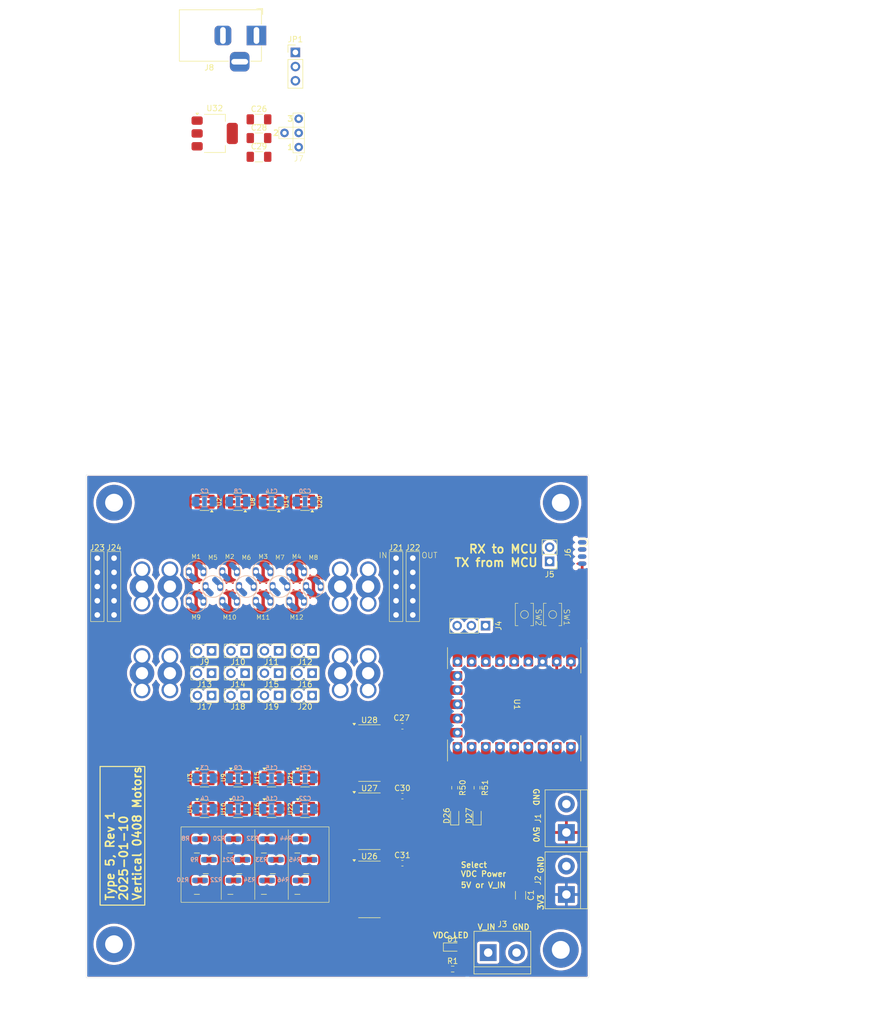
<source format=kicad_pcb>
(kicad_pcb (version 20240108) (generator "pcbnew") (generator_version "8.0")
  (title_block (date "2024-11-27") (rev "Rev 2"))
  (layers (0 "F.Cu" signal) (31 "B.Cu" signal) (34 "B.Paste" user) (35 "F.Paste" user) (36 "B.SilkS" user "B.Silkscreen") (37 "F.SilkS" user "F.Silkscreen") (38 "B.Mask" user) (39 "F.Mask" user) (44 "Edge.Cuts" user))
  (net 0 "")
  (net 1 "GND")
  (net 2 "VDC")
  (net 3 "+5V")
  (net 4 "+3V3")
  (net 5 "Net-(J3-Pin_1)")
  (net 9 "/SHIFT_SRCK")
  (net 12 "/SHIFT_SER_IN")
  (net 13 "/SHIFT_RCLK")
  (net 20 "/SW_1")
  (net 21 "/SW_2")
  (net 22 "Net-(D1-A)")
  (net 24 "Net-(D2-AK)")
  (net 25 "Net-(D3-AK)")
  (net 26 "Net-(D4-AK)")
  (net 27 "Net-(JP1-C)")
  (net 28 "Net-(J7-IN2)")
  (net 30 "Net-(D8-AK)")
  (net 31 "Net-(D9-AK)")
  (net 32 "Net-(D10-AK)")
  (net 36 "Net-(D14-AK)")
  (net 37 "Net-(D15-AK)")
  (net 38 "Net-(D16-AK)")
  (net 39 "Net-(D20-AK)")
  (net 40 "Net-(D21-AK)")
  (net 41 "Net-(D22-AK)")
  (net 66 "/SHIFT_SER_OUT")
  (net 67 "/Braille_Cells_and_Controls/Braille_Cell/DOT3_A")
  (net 68 "/Braille_Cells_and_Controls/Braille_Cell/DOT2_A")
  (net 69 "/Braille_Cells_and_Controls/Braille_Cell/DOT1_A")
  (net 70 "/Braille_Cells_and_Controls/Braille_Cell1/DOT2_A")
  (net 71 "/Braille_Cells_and_Controls/Braille_Cell1/DOT1_A")
  (net 72 "/Braille_Cells_and_Controls/Braille_Cell1/DOT3_A")
  (net 73 "/Braille_Cells_and_Controls/Braille_Cell2/DOT2_A")
  (net 74 "/Braille_Cells_and_Controls/Braille_Cell2/DOT1_A")
  (net 75 "/Braille_Cells_and_Controls/Braille_Cell2/DOT3_A")
  (net 76 "/Braille_Cells_and_Controls/Braille_Cell3/DOT1_A")
  (net 77 "/Braille_Cells_and_Controls/Braille_Cell3/DOT2_A")
  (net 78 "/Braille_Cells_and_Controls/Braille_Cell3/DOT3_A")
  (net 79 "/Braille_Cells_and_Controls/CELL0_DOT1_B")
  (net 80 "/Braille_Cells_and_Controls/CELL0_DOT2_B")
  (net 81 "/Braille_Cells_and_Controls/CELL0_DOT3_B")
  (net 82 "/Braille_Cells_and_Controls/CELL1_DOT1_B")
  (net 83 "/Braille_Cells_and_Controls/CELL1_DOT2_B")
  (net 84 "/Braille_Cells_and_Controls/CELL1_DOT3_B")
  (net 85 "/Braille_Cells_and_Controls/CELL2_DOT1_B")
  (net 86 "/Braille_Cells_and_Controls/CELL2_DOT2_B")
  (net 87 "/Braille_Cells_and_Controls/CELL2_DOT3_B")
  (net 88 "/Braille_Cells_and_Controls/CELL3_DOT1_B")
  (net 89 "/Braille_Cells_and_Controls/CELL3_DOT2_B")
  (net 90 "/Braille_Cells_and_Controls/CELL3_DOT3_B")
  (net 91 "/Braille_Cells_and_Controls/Braille_Cell/DOT1_B")
  (net 92 "/Braille_Cells_and_Controls/Braille_Cell/DOT2_B")
  (net 93 "/Braille_Cells_and_Controls/Braille_Cell/DOT3_B")
  (net 94 "/Braille_Cells_and_Controls/CELL0_DOT1_A")
  (net 95 "/Braille_Cells_and_Controls/CELL0_DOT2_A")
  (net 96 "/Braille_Cells_and_Controls/CELL0_DOT3_A")
  (net 97 "/Braille_Cells_and_Controls/Braille_Cell1/DOT1_B")
  (net 98 "/Braille_Cells_and_Controls/Braille_Cell1/DOT2_B")
  (net 99 "/Braille_Cells_and_Controls/Braille_Cell1/DOT3_B")
  (net 100 "/Braille_Cells_and_Controls/CELL1_DOT1_A")
  (net 101 "/Braille_Cells_and_Controls/CELL1_DOT2_A")
  (net 102 "/Braille_Cells_and_Controls/CELL1_DOT3_A")
  (net 103 "/Braille_Cells_and_Controls/Braille_Cell2/DOT1_B")
  (net 104 "/Braille_Cells_and_Controls/Braille_Cell2/DOT2_B")
  (net 105 "/Braille_Cells_and_Controls/Braille_Cell2/DOT3_B")
  (net 106 "/Braille_Cells_and_Controls/CELL2_DOT1_A")
  (net 107 "/Braille_Cells_and_Controls/CELL2_DOT2_A")
  (net 108 "/Braille_Cells_and_Controls/CELL2_DOT3_A")
  (net 109 "/Braille_Cells_and_Controls/Braille_Cell3/DOT1_B")
  (net 110 "/Braille_Cells_and_Controls/Braille_Cell3/DOT2_B")
  (net 111 "/Braille_Cells_and_Controls/Braille_Cell3/DOT3_B")
  (net 112 "/Braille_Cells_and_Controls/CELL3_DOT1_A")
  (net 113 "/Braille_Cells_and_Controls/CELL3_DOT2_A")
  (net 114 "/Braille_Cells_and_Controls/CELL3_DOT3_A")
  (net 115 "/~{SHIFT_OE}")
  (net 116 "/~{SHIFT_SRCLR}")
  (net 117 "Net-(U26-QH')")
  (net 118 "Net-(U27-QH')")
  (net 119 "Net-(D26-A)")
  (net 120 "Net-(D27-A)")
  (net 121 "Net-(J4-Pin_1)")
  (net 122 "Net-(J4-Pin_3)")
  (net 123 "Net-(J4-Pin_2)")
  (net 124 "/GP_LED_1")
  (net 125 "/GP_LED_0")
  (net 126 "/UART0_RX")
  (net 127 "/UART0_TX")
  (footprint "00-project-footprints:SOICbite_clipProgSmall" (layer "F.Cu") (at 119.5795 44 90)
    (property "Reference" "J6" (at 0 -3.302 90) (layer "F.SilkS"))
    (property "Value" "Conn_01x08")
    (pad "" np_thru_hole circle (at -2.54 -1.905 90) (size 0.7 0.7) (drill 0.7) (layers "*.Cu" "*.Mask"))
    (pad "" np_thru_hole circle (at -1.27 -1.905 90) (size 0.7 0.7) (drill 0.7) (layers "*.Cu" "*.Mask"))
    (pad "" np_thru_hole circle (at 0 -1.905 90) (size 0.7 0.7) (drill 0.7) (layers "*.Cu" "*.Mask"))
    (pad "" np_thru_hole circle (at 1.27 -1.905 90) (size 0.7 0.7) (drill 0.7) (layers "*.Cu" "*.Mask"))
    (pad "" np_thru_hole circle (at 2.54 -1.905 90) (size 0.7 0.7) (drill 0.7) (layers "*.Cu" "*.Mask"))
    (pad "1" smd oval (at 1.905 -0.75 90) (size 0.8 1.5) (layers "F.Cu" "F.Mask"))
    (pad "2" smd oval (at 0.635 -0.75 90) (size 0.8 1.5) (layers "F.Cu" "F.Mask") (net 126 "/UART0_RX"))
    (pad "3" smd oval (at -0.635 -0.75 90) (size 0.8 1.5) (layers "F.Cu" "F.Mask") (net 127 "/UART0_TX"))
    (pad "4" smd oval (at -1.905 -0.75 90) (size 0.8 1.5) (layers "F.Cu" "F.Mask") (net 1 "GND"))
    (pad "5" smd oval (at -1.905 -0.75 90) (size 0.8 1.5) (layers "B.Cu" "B.Mask"))
    (pad "6" smd oval (at -0.635 -0.75 90) (size 0.8 1.5) (layers "B.Cu" "B.Mask"))
    (pad "7" smd oval (at 0.635 -0.75 90) (size 0.8 1.5) (layers "B.Cu" "B.Mask"))
    (pad "8" smd oval (at 1.905 -0.75 90) (size 0.8 1.5) (layers "B.Cu" "B.Mask"))
  )
  (footprint "Package_SO:SOP-16_3.9x9.9mm_P1.27mm" (layer "F.Cu") (at 80.732 104.187)
    (property "Reference" "U26" (at 0 -5.9 360) (layer "F.SilkS"))
    (property "Value" "74HC595")
    (pad "1" smd roundrect (at -2.5 -4.445) (size 2 0.6) (layers "F.Cu" "F.Paste" "F.Mask") (net 79 "/Braille_Cells_and_Controls/CELL0_DOT1_B"))
    (pad "2" smd roundrect (at -2.5 -3.175) (size 2 0.6) (layers "F.Cu" "F.Paste" "F.Mask") (net 95 "/Braille_Cells_and_Controls/CELL0_DOT2_A"))
    (pad "3" smd roundrect (at -2.5 -1.905) (size 2 0.6) (layers "F.Cu" "F.Paste" "F.Mask") (net 80 "/Braille_Cells_and_Controls/CELL0_DOT2_B"))
    (pad "4" smd roundrect (at -2.5 -0.635) (size 2 0.6) (layers "F.Cu" "F.Paste" "F.Mask") (net 96 "/Braille_Cells_and_Controls/CELL0_DOT3_A"))
    (pad "5" smd roundrect (at -2.5 0.635) (size 2 0.6) (layers "F.Cu" "F.Paste" "F.Mask") (net 81 "/Braille_Cells_and_Controls/CELL0_DOT3_B"))
    (pad "6" smd roundrect (at -2.5 1.905) (size 2 0.6) (layers "F.Cu" "F.Paste" "F.Mask") (net 100 "/Braille_Cells_and_Controls/CELL1_DOT1_A"))
    (pad "7" smd roundrect (at -2.5 3.175) (size 2 0.6) (layers "F.Cu" "F.Paste" "F.Mask") (net 82 "/Braille_Cells_and_Controls/CELL1_DOT1_B"))
    (pad "8" smd roundrect (at -2.5 4.445) (size 2 0.6) (layers "F.Cu" "F.Paste" "F.Mask") (net 1 "GND"))
    (pad "9" smd roundrect (at 2.5 4.445) (size 2 0.6) (layers "F.Cu" "F.Paste" "F.Mask") (net 117 "Net-(U26-QH')"))
    (pad "10" smd roundrect (at 2.5 3.175) (size 2 0.6) (layers "F.Cu" "F.Paste" "F.Mask") (net 116 "/~{SHIFT_SRCLR}"))
    (pad "11" smd roundrect (at 2.5 1.905) (size 2 0.6) (layers "F.Cu" "F.Paste" "F.Mask") (net 9 "/SHIFT_SRCK"))
    (pad "12" smd roundrect (at 2.5 0.635) (size 2 0.6) (layers "F.Cu" "F.Paste" "F.Mask") (net 13 "/SHIFT_RCLK"))
    (pad "13" smd roundrect (at 2.5 -0.635) (size 2 0.6) (layers "F.Cu" "F.Paste" "F.Mask") (net 115 "/~{SHIFT_OE}"))
    (pad "14" smd roundrect (at 2.5 -1.905) (size 2 0.6) (layers "F.Cu" "F.Paste" "F.Mask") (net 12 "/SHIFT_SER_IN"))
    (pad "15" smd roundrect (at 2.5 -3.175) (size 2 0.6) (layers "F.Cu" "F.Paste" "F.Mask") (net 94 "/Braille_Cells_and_Controls/CELL0_DOT1_A"))
    (pad "16" smd roundrect (at 2.5 -4.445) (size 2 0.6) (layers "F.Cu" "F.Paste" "F.Mask") (net 4 "+3V3"))
  )
  (footprint "00-project-footprints:Hole_for_Motor_Shaft" (layer "F.Cu") (at 58.7 52.64)
    (property "Reference" "H22" (hide yes))
    (property "Value" "MountingHole")
    (pad "" np_thru_hole circle (at 0 0) (size 0.1 0.1) (drill 1) (layers "F&B.Cu" "*.Mask"))
  )
  (footprint "Package_TO_SOT_SMD:SOT-23-6" (layer "F.Cu") (at 51.2 89.775)
    (property "Reference" "U4" (at -2.6 0.025 90) (layer "F.SilkS") (effects (font (size 0.75 0.75))))
    (property "Value" "AD116")
    (pad "1" smd roundrect (at -1.1375 -0.95) (size 1.325 0.6) (layers "F.Cu" "F.Paste" "F.Mask") (net 93 "/Braille_Cells_and_Controls/Braille_Cell/DOT3_B"))
    (pad "2" smd roundrect (at -1.1375 0) (size 1.325 0.6) (layers "F.Cu" "F.Paste" "F.Mask") (net 1 "GND"))
    (pad "3" smd roundrect (at -1.1375 0.95) (size 1.325 0.6) (layers "F.Cu" "F.Paste" "F.Mask") (net 81 "/Braille_Cells_and_Controls/CELL0_DOT3_B"))
    (pad "4" smd roundrect (at 1.1375 0.95) (size 1.325 0.6) (layers "F.Cu" "F.Paste" "F.Mask") (net 96 "/Braille_Cells_and_Controls/CELL0_DOT3_A"))
    (pad "5" smd roundrect (at 1.1375 0) (size 1.325 0.6) (layers "F.Cu" "F.Paste" "F.Mask") (net 2 "VDC"))
    (pad "6" smd roundrect (at 1.1375 -0.95) (size 1.325 0.6) (layers "F.Cu" "F.Paste" "F.Mask") (net 67 "/Braille_Cells_and_Controls/Braille_Cell/DOT3_A"))
  )
  (footprint "00-project-footprints:Motor_Tiny_0408_Vertical" (layer "F.Cu") (at 67.7 47.36 180)
    (property "Reference" "M4" (at 0 2.7 180) (layer "F.SilkS") (effects (font (size 0.8 0.8) (thickness 0.1))))
    (property "Value" "Motor_DC")
    (pad "1" thru_hole roundrect (at -1.3 0 180) (size 1 1.6) (drill 0.762) (layers "*.Cu" "*.Mask") (roundrect_rratio 0.4) (net 76 "/Braille_Cells_and_Controls/Braille_Cell3/DOT1_A"))
    (pad "1" smd roundrect (at -0.6 1 225) (size 1 1.6) (layers "B.Cu" "B.Mask") (roundrect_rratio 0.4) (net 76 "/Braille_Cells_and_Controls/Braille_Cell3/DOT1_A"))
    (pad "2" smd roundrect (at 0.6 -1 225) (size 1 1.6) (layers "B.Cu" "B.Mask") (roundrect_rratio 0.4) (net 109 "/Braille_Cells_and_Controls/Braille_Cell3/DOT1_B"))
    (pad "2" thru_hole roundrect (at 1.3 0 180) (size 1 1.6) (drill 0.762) (layers "*.Cu" "*.Mask") (roundrect_rratio 0.4) (net 109 "/Braille_Cells_and_Controls/Braille_Cell3/DOT1_B"))
  )
  (footprint "00-project-footprints:PinHeader_1x02_P2.54mm_Vertical_Tight_Centered" (layer "F.Cu") (at 63.2 61.5 -90)
    (property "Reference" "J11" (at 2 0 180) (layer "F.SilkS"))
    (property "Value" "Conn_01x02")
    (pad "1" thru_hole rect (at 0 -1.27 270) (size 1.7 1.7) (drill 1) (layers "*.Cu" "*.Mask") (net 74 "/Braille_Cells_and_Controls/Braille_Cell2/DOT1_A"))
    (pad "2" thru_hole oval (at 0 1.27 270) (size 1.7 1.7) (drill 1) (layers "*.Cu" "*.Mask") (net 103 "/Braille_Cells_and_Controls/Braille_Cell2/DOT1_B"))
  )
  (footprint "00-project-footprints:LED_0603_1608Metric_HandSolder_2x_Reverse" (layer "F.Cu") (at 64 99.775 90)
    (property "Reference" "D15" (hide yes))
    (property "Value" "LED_Dual_Bidirectional")
    (pad "1" smd roundrect (at -0.875 0 90) (size 1.05 2.1) (layers "F.Cu" "F.Paste" "F.Mask") (roundrect_rratio 0.15) (net 86 "/Braille_Cells_and_Controls/CELL2_DOT2_B"))
    (pad "2" smd roundrect (at 0.875 0 90) (size 1.05 2.1) (layers "F.Cu" "F.Paste" "F.Mask") (roundrect_rratio 0.15) (net 37 "Net-(D15-AK)"))
  )
  (footprint "Connector_PinHeader_2.54mm:PinHeader_1x03_P2.54mm_Vertical" (layer "F.Cu") (at 67.475 -45.575)
    (property "Reference" "JP1" (at 0 -2.33 0) (layer "F.SilkS"))
    (property "Value" "Jumper_3_Open")
    (pad "1" thru_hole rect (at 0 0) (size 1.7 1.7) (drill 1) (layers "*.Cu" "*.Mask") (net 3 "+5V"))
    (pad "2" thru_hole oval (at 0 2.54) (size 1.7 1.7) (drill 1) (layers "*.Cu" "*.Mask") (net 27 "Net-(JP1-C)"))
    (pad "3" thru_hole oval (at 0 5.08) (size 1.7 1.7) (drill 1) (layers "*.Cu" "*.Mask") (net 5 "Net-(J3-Pin_1)"))
  )
  (footprint "00-project-footprints:Hole_for_Motor_Shaft" (layer "F.Cu") (at 70.7 47.36)
    (property "Reference" "H16" (hide yes))
    (property "Value" "MountingHole")
    (pad "" np_thru_hole circle (at 0 0) (size 0.1 0.1) (drill 1) (layers "F&B.Cu" "*.Mask"))
  )
  (footprint "00-project-footprints:LED_0603_1608Metric_HandSolder_2x_Reverse" (layer "F.Cu") (at 50.4 103.475 90)
    (property "Reference" "D4" (hide yes))
    (property "Value" "LED_Dual_Bidirectional")
    (pad "1" smd roundrect (at -0.875 0 90) (size 1.05 2.1) (layers "F.Cu" "F.Paste" "F.Mask") (roundrect_rratio 0.15) (net 81 "/Braille_Cells_and_Controls/CELL0_DOT3_B"))
    (pad "2" smd roundrect (at 0.875 0 90) (size 1.05 2.1) (layers "F.Cu" "F.Paste" "F.Mask") (roundrect_rratio 0.15) (net 26 "Net-(D4-AK)"))
  )
  (footprint "Connector_PinHeader_2.54mm:PinHeader_1x02_P2.54mm_Vertical" (layer "F.Cu") (at 113 45.5 180)
    (property "Reference" "J5" (at 0 -2.33 0) (layer "F.SilkS"))
    (property "Value" "Conn_01x02")
    (pad "1" thru_hole rect (at 0 0 180) (size 1.7 1.7) (drill 1) (layers "*.Cu" "*.Mask") (net 127 "/UART0_TX"))
    (pad "2" thru_hole oval (at 0 2.54 180) (size 1.7 1.7) (drill 1) (layers "*.Cu" "*.Mask") (net 126 "/UART0_RX"))
  )
  (footprint "00-project-footprints:Hole_for_Motor_Shaft" (layer "F.Cu") (at 58.7 47.36)
    (property "Reference" "H14" (hide yes))
    (property "Value" "MountingHole")
    (pad "" np_thru_hole circle (at 0 0) (size 0.1 0.1) (drill 1) (layers "F&B.Cu" "*.Mask"))
  )
  (footprint "Package_TO_SOT_SMD:SOT-23-6" (layer "F.Cu") (at 69.2 89.775)
    (property "Reference" "U22" (at -2.6 0.025 90) (layer "F.SilkS") (effects (font (size 0.75 0.75))))
    (property "Value" "AD116")
    (pad "1" smd roundrect (at -1.1375 -0.95) (size 1.325 0.6) (layers "F.Cu" "F.Paste" "F.Mask") (net 111 "/Braille_Cells_and_Controls/Braille_Cell3/DOT3_B"))
    (pad "2" smd roundrect (at -1.1375 0) (size 1.325 0.6) (layers "F.Cu" "F.Paste" "F.Mask") (net 1 "GND"))
    (pad "3" smd roundrect (at -1.1375 0.95) (size 1.325 0.6) (layers "F.Cu" "F.Paste" "F.Mask") (net 90 "/Braille_Cells_and_Controls/CELL3_DOT3_B"))
    (pad "4" smd roundrect (at 1.1375 0.95) (size 1.325 0.6) (layers "F.Cu" "F.Paste" "F.Mask") (net 114 "/Braille_Cells_and_Controls/CELL3_DOT3_A"))
    (pad "5" smd roundrect (at 1.1375 0) (size 1.325 0.6) (layers "F.Cu" "F.Paste" "F.Mask") (net 2 "VDC"))
    (pad "6" smd roundrect (at 1.1375 -0.95) (size 1.325 0.6) (layers "F.Cu" "F.Paste" "F.Mask") (net 78 "/Braille_Cells_and_Controls/Braille_Cell3/DOT3_A"))
  )
  (footprint "00-project-footprints:Braille_Block_MountingHoles_M2_3x" (layer "F.Cu") (at 75.5 65.5)
    (property "Reference" "H11" (hide yes))
    (property "Value" "MountingHole_Pad")
    (pad "1" thru_hole circle (at 0 -3) (size 3 3) (drill 2.2) (layers "*.Cu" "*.Mask"))
    (pad "1" thru_hole circle (at 0 0) (size 4.4 4.4) (drill 2.2) (layers "*.Cu" "*.Mask"))
    (pad "1" thru_hole circle (at 0 3) (size 3 3) (drill 2.2) (layers "*.Cu" "*.Mask"))
  )
  (footprint "00-project-footprints:PushButtonSMD_2.93x3.9" (layer "F.Cu") (at 108.5 55 -90)
    (property "Reference" "SW2" (at 0.5 -2.5 -90) (layer "F.SilkS") (effects (font (thickness 0.1))))
    (property "Value" "SW_Push")
    (pad "1" smd roundrect (at -2 0 270) (size 2.286 2) (layers "F.Cu" "F.Paste" "F.Mask") (net 1 "GND"))
    (pad "2" smd roundrect (at 2 0 270) (size 2.286 2) (layers "F.Cu" "F.Paste" "F.Mask") (net 21 "/SW_2"))
  )
  (footprint "00-project-footprints:PinHeader_1x05_P2.54mm_Vertical_Tight_Centered" (layer "F.Cu") (at 88.5 50)
    (property "Reference" "J22" (at 0 -6.96 0) (layer "F.SilkS"))
    (property "Value" "Conn_01x05")
    (pad "1" thru_hole rect (at 0 -5.08) (size 1.7 1.7) (drill 1) (layers "*.Cu" "*.Mask") (net 66 "/SHIFT_SER_OUT"))
    (pad "2" thru_hole oval (at 0 -2.54) (size 1.7 1.7) (drill 1) (layers "*.Cu" "*.Mask") (net 9 "/SHIFT_SRCK"))
    (pad "3" thru_hole oval (at 0 0) (size 1.7 1.7) (drill 1) (layers "*.Cu" "*.Mask") (net 116 "/~{SHIFT_SRCLR}"))
    (pad "4" thru_hole oval (at 0 2.54) (size 1.7 1.7) (drill 1) (layers "*.Cu" "*.Mask") (net 13 "/SHIFT_RCLK"))
    (pad "5" thru_hole oval (at 0 5.08) (size 1.7 1.7) (drill 1) (layers "*.Cu" "*.Mask") (net 115 "/~{SHIFT_OE}"))
  )
  (footprint "00-project-footprints:Hole_for_Motor_Shaft" (layer "F.Cu") (at 64.7 47.36)
    (property "Reference" "H15" (hide yes))
    (property "Value" "MountingHole")
    (pad "" np_thru_hole circle (at 0 0) (size 0.1 0.1) (drill 1) (layers "F&B.Cu" "*.Mask"))
  )
  (footprint "00-project-footprints:Motor_Tiny_0408_Vertical" (layer "F.Cu") (at 67.7 52.64 180)
    (property "Reference" "M12" (at 0 -2.86 180) (layer "F.SilkS") (effects (font (size 0.8 0.8) (thickness 0.1))))
    (property "Value" "Motor_DC")
    (pad "1" thru_hole roundrect (at -1.3 0 180) (size 1 1.6) (drill 0.762) (layers "*.Cu" "*.Mask") (roundrect_rratio 0.4) (net 78 "/Braille_Cells_and_Controls/Braille_Cell3/DOT3_A"))
    (pad "1" smd roundrect (at -0.6 1 225) (size 1 1.6) (layers "B.Cu" "B.Mask") (roundrect_rratio 0.4) (net 78 "/Braille_Cells_and_Controls/Braille_Cell3/DOT3_A"))
    (pad "2" smd roundrect (at 0.6 -1 225) (size 1 1.6) (layers "B.Cu" "B.Mask") (roundrect_rratio 0.4) (net 111 "/Braille_Cells_and_Controls/Braille_Cell3/DOT3_B"))
    (pad "2" thru_hole roundrect (at 1.3 0 180) (size 1 1.6) (drill 0.762) (layers "*.Cu" "*.Mask") (roundrect_rratio 0.4) (net 111 "/Braille_Cells_and_Controls/Braille_Cell3/DOT3_B"))
  )
  (footprint "00-project-footprints:Hole_for_Motor_Shaft" (layer "F.Cu") (at 61.7 50)
    (property "Reference" "H19" (hide yes))
    (property "Value" "MountingHole")
    (pad "" np_thru_hole circle (at 0 0) (size 0.1 0.1) (drill 1) (layers "F&B.Cu" "*.Mask"))
  )
  (footprint "00-project-footprints:PinHeader_1x02_P2.54mm_Vertical_Tight_Centered" (layer "F.Cu") (at 63.2 65.5 -90)
    (property "Reference" "J15" (at 2 0 180) (layer "F.SilkS"))
    (property "Value" "Conn_01x02")
    (pad "1" thru_hole rect (at 0 -1.27 270) (size 1.7 1.7) (drill 1) (layers "*.Cu" "*.Mask") (net 73 "/Braille_Cells_and_Controls/Braille_Cell2/DOT2_A"))
    (pad "2" thru_hole oval (at 0 1.27 270) (size 1.7 1.7) (drill 1) (layers "*.Cu" "*.Mask") (net 104 "/Braille_Cells_and_Controls/Braille_Cell2/DOT2_B"))
  )
  (footprint "00-project-footprints:PinHeader_1x02_P2.54mm_Vertical_Tight_Centered" (layer "F.Cu") (at 69.2 61.5 -90)
    (property "Reference" "J12" (at 2 0 180) (layer "F.SilkS"))
    (property "Value" "Conn_01x02")
    (pad "1" thru_hole rect (at 0 -1.27 270) (size 1.7 1.7) (drill 1) (layers "*.Cu" "*.Mask") (net 76 "/Braille_Cells_and_Controls/Braille_Cell3/DOT1_A"))
    (pad "2" thru_hole oval (at 0 1.27 270) (size 1.7 1.7) (drill 1) (layers "*.Cu" "*.Mask") (net 109 "/Braille_Cells_and_Controls/Braille_Cell3/DOT1_B"))
  )
  (footprint "Package_TO_SOT_SMD:SOT-23-6" (layer "F.Cu") (at 51.2 34.825 180)
    (property "Reference" "U2" (at -2.65 -0.025 90) (layer "F.SilkS") (effects (font (size 0.75 0.75))))
    (property "Value" "AD116")
    (pad "1" smd roundrect (at -1.1375 -0.95 180) (size 1.325 0.6) (layers "F.Cu" "F.Paste" "F.Mask") (net 91 "/Braille_Cells_and_Controls/Braille_Cell/DOT1_B"))
    (pad "2" smd roundrect (at -1.1375 0 180) (size 1.325 0.6) (layers "F.Cu" "F.Paste" "F.Mask") (net 1 "GND"))
    (pad "3" smd roundrect (at -1.1375 0.95 180) (size 1.325 0.6) (layers "F.Cu" "F.Paste" "F.Mask") (net 79 "/Braille_Cells_and_Controls/CELL0_DOT1_B"))
    (pad "4" smd roundrect (at 1.1375 0.95 180) (size 1.325 0.6) (layers "F.Cu" "F.Paste" "F.Mask") (net 94 "/Braille_Cells_and_Controls/CELL0_DOT1_A"))
    (pad "5" smd roundrect (at 1.1375 0 180) (size 1.325 0.6) (layers "F.Cu" "F.Paste" "F.Mask") (net 2 "VDC"))
    (pad "6" smd roundrect (at 1.1375 -0.95 180) (size 1.325 0.6) (layers "F.Cu" "F.Paste" "F.Mask") (net 69 "/Braille_Cells_and_Controls/Braille_Cell/DOT1_A"))
  )
  (footprint "Package_TO_SOT_SMD:SOT-223-3_TabPin2" (layer "F.Cu") (at 53.025 -31.07)
    (property "Reference" "U32" (at 0 -4.5 0) (layer "F.SilkS"))
    (property "Value" "AMS1117-3.3")
    (pad "1" smd roundrect (at -3.15 -2.3) (size 2 1.5) (layers "F.Cu" "F.Paste" "F.Mask") (net 1 "GND"))
    (pad "2" smd roundrect (at -3.15 0) (size 2 1.5) (layers "F.Cu" "F.Paste" "F.Mask") (net 28 "Net-(J7-IN2)"))
    (pad "2" smd roundrect (at 3.15 0) (size 2 3.8) (layers "F.Cu" "F.Paste" "F.Mask") (net 28 "Net-(J7-IN2)"))
    (pad "3" smd roundrect (at -3.15 2.3) (size 2 1.5) (layers "F.Cu" "F.Paste" "F.Mask") (net 27 "Net-(JP1-C)"))
  )
  (footprint "00-project-footprints:Braille_Block_MountingHoles_M2_3x" (layer "F.Cu") (at 40 65.5)
    (property "Reference" "H7" (hide yes))
    (property "Value" "MountingHole_Pad")
    (pad "1" thru_hole circle (at 0 -3) (size 3 3) (drill 2.2) (layers "*.Cu" "*.Mask"))
    (pad "1" thru_hole circle (at 0 0) (size 4.4 4.4) (drill 2.2) (layers "*.Cu" "*.Mask"))
    (pad "1" thru_hole circle (at 0 3) (size 3 3) (drill 2.2) (layers "*.Cu" "*.Mask"))
  )
  (footprint "00-project-footprints:Motor_Tiny_0408_Vertical" (layer "F.Cu") (at 52.7 50 180)
    (property "Reference" "M5" (at 0 5.2 0) (layer "F.SilkS") (effects (font (size 0.8 0.8) (thickness 0.1))))
    (property "Value" "Motor_DC")
    (pad "1" thru_hole roundrect (at -1.3 0 180) (size 1 1.6) (drill 0.762) (layers "*.Cu" "*.Mask") (roundrect_rratio 0.4) (net 68 "/Braille_Cells_and_Controls/Braille_Cell/DOT2_A"))
    (pad "1" smd roundrect (at -0.6 1 225) (size 1 1.6) (layers "B.Cu" "B.Mask") (roundrect_rratio 0.4) (net 68 "/Braille_Cells_and_Controls/Braille_Cell/DOT2_A"))
    (pad "2" smd roundrect (at 0.6 -1 225) (size 1 1.6) (layers "B.Cu" "B.Mask") (roundrect_rratio 0.4) (net 92 "/Braille_Cells_and_Controls/Braille_Cell/DOT2_B"))
    (pad "2" thru_hole roundrect (at 1.3 0 180) (size 1 1.6) (drill 0.762) (layers "*.Cu" "*.Mask") (roundrect_rratio 0.4) (net 92 "/Braille_Cells_and_Controls/Braille_Cell/DOT2_B"))
  )
  (footprint "00-project-footprints:Hole_for_Motor_Shaft" (layer "F.Cu") (at 49.7 50)
    (property "Reference" "H17" (hide yes))
    (property "Value" "MountingHole")
    (pad "" np_thru_hole circle (at 0 0) (size 0.1 0.1) (drill 1) (layers "F&B.Cu" "*.Mask"))
  )
  (footprint "LED_SMD:LED_0603_1608Metric_Pad1.05x0.95mm_HandSolder" (layer "F.Cu") (at 95.635 114.5)
    (property "Reference" "D1" (at 0 -1.43 0) (layer "F.SilkS"))
    (property "Value" "LED")
    (pad "1" smd roundrect (at -0.875 0) (size 1.05 0.95) (layers "F.Cu" "F.Paste" "F.Mask") (net 1 "GND"))
    (pad "2" smd roundrect (at 0.875 0) (size 1.05 0.95) (layers "F.Cu" "F.Paste" "F.Mask") (net 22 "Net-(D1-A)"))
  )
  (footprint "TerminalBlock:TerminalBlock_bornier-2_P5.08mm" (layer "F.Cu") (at 116 94 90)
    (property "Reference" "J1" (at 2.54 -5.08 90) (layer "F.SilkS"))
    (property "Value" "Screw_Terminal_01x02")
    (pad "1" thru_hole rect (at 0 0 90) (size 3 3) (drill 1.52) (layers "*.Cu" "*.Mask") (net 3 "+5V"))
    (pad "2" thru_hole circle (at 5.08 0 90) (size 3 3) (drill 1.52) (layers "*.Cu" "*.Mask") (net 1 "GND"))
  )
  (footprint "Package_TO_SOT_SMD:SOT-23-6" (layer "F.Cu") (at 51.2 84.3)
    (property "Reference" "U3" (at -2.6 -0.1 90) (layer "F.SilkS") (effects (font (size 0.75 0.75))))
    (property "Value" "AD116")
    (pad "1" smd roundrect (at -1.1375 -0.95) (size 1.325 0.6) (layers "F.Cu" "F.Paste" "F.Mask") (net 92 "/Braille_Cells_and_Controls/Braille_Cell/DOT2_B"))
    (pad "2" smd roundrect (at -1.1375 0) (size 1.325 0.6) (layers "F.Cu" "F.Paste" "F.Mask") (net 1 "GND"))
    (pad "3" smd roundrect (at -1.1375 0.95) (size 1.325 0.6) (layers "F.Cu" "F.Paste" "F.Mask") (net 80 "/Braille_Cells_and_Controls/CELL0_DOT2_B"))
    (pad "4" smd roundrect (at 1.1375 0.95) (size 1.325 0.6) (layers "F.Cu" "F.Paste" "F.Mask") (net 95 "/Braille_Cells_and_Controls/CELL0_DOT2_A"))
    (pad "5" smd roundrect (at 1.1375 0) (size 1.325 0.6) (layers "F.Cu" "F.Paste" "F.Mask") (net 2 "VDC"))
    (pad "6" smd roundrect (at 1.1375 -0.95) (size 1.325 0.6) (layers "F.Cu" "F.Paste" "F.Mask") (net 68 "/Braille_Cells_and_Controls/Braille_Cell/DOT2_A"))
  )
  (footprint "00-project-footprints:Hole_for_Motor_Shaft" (layer "F.Cu") (at 55.7 50)
    (property "Reference" "H18" (hide yes))
    (property "Value" "MountingHole")
    (pad "" np_thru_hole circle (at 0 0) (size 0.1 0.1) (drill 1) (layers "F&B.Cu" "*.Mask"))
  )
  (footprint "00-project-footprints:PinHeader_1x02_P2.54mm_Vertical_Tight_Centered" (layer "F.Cu") (at 51.2 61.5 -90)
    (property "Reference" "J9" (at 2 0 180) (layer "F.SilkS"))
    (property "Value" "Conn_01x02")
    (pad "1" thru_hole rect (at 0 -1.27 270) (size 1.7 1.7) (drill 1) (layers "*.Cu" "*.Mask") (net 69 "/Braille_Cells_and_Controls/Braille_Cell/DOT1_A"))
    (pad "2" thru_hole oval (at 0 1.27 270) (size 1.7 1.7) (drill 1) (layers "*.Cu" "*.Mask") (net 91 "/Braille_Cells_and_Controls/Braille_Cell/DOT1_B"))
  )
  (footprint "Resistor_SMD:R_0603_1608Metric_Pad0.98x0.95mm_HandSolder" (layer "F.Cu") (at 96 86 -90)
    (property "Reference" "R50" (at 0 -1.43 90) (layer "F.SilkS"))
    (property "Value" "5k1")
    (pad "1" smd roundrect (at -0.9125 0 270) (size 0.975 0.95) (layers "F.Cu" "F.Paste" "F.Mask") (net 124 "/GP_LED_1"))
    (pad "2" smd roundrect (at 0.9125 0 270) (size 0.975 0.95) (layers "F.Cu" "F.Paste" "F.Mask") (net 119 "Net-(D26-A)"))
  )
  (footprint "Capacitor_SMD:C_1206_3216Metric_Pad1.33x1.80mm_HandSolder" (layer "F.Cu") (at 60.955 -30.245)
    (property "Reference" "C28" (at 0 -1.85 0) (layer "F.SilkS"))
    (property "Value" "10u")
    (pad "1" smd roundrect (at -1.5625 0) (size 1.325 1.8) (layers "F.Cu" "F.Paste" "F.Mask") (roundrect_rratio 0.188679) (net 27 "Net-(JP1-C)"))
    (pad "2" smd roundrect (at 1.5625 0) (size 1.325 1.8) (layers "F.Cu" "F.Paste" "F.Mask") (roundrect_rratio 0.188679) (net 1 "GND"))
  )
  (footprint "00-project-footprints:Braille_Block_MountingHoles_M2_3x" (layer "F.Cu") (at 75.5 50)
    (property "Reference" "H6" (hide yes))
    (property "Value" "MountingHole_Pad")
    (pad "1" thru_hole circle (at 0 -3) (size 3 3) (drill 2.2) (layers "*.Cu" "*.Mask"))
    (pad "1" thru_hole circle (at 0 0) (size 4.4 4.4) (drill 2.2) (layers "*.Cu" "*.Mask"))
    (pad "1" thru_hole circle (at 0 3) (size 3 3) (drill 2.2) (layers "*.Cu" "*.Mask"))
  )
  (footprint "00-project-footprints:Braille_Block_MountingHoles_M2_3x" (layer "F.Cu") (at 45 50)
    (property "Reference" "H5" (hide yes))
    (property "Value" "MountingHole_Pad")
    (pad "1" thru_hole circle (at 0 -3) (size 3 3) (drill 2.2) (layers "*.Cu" "*.Mask"))
    (pad "1" thru_hole circle (at 0 0) (size 4.4 4.4) (drill 2.2) (layers "*.Cu" "*.Mask"))
    (pad "1" thru_hole circle (at 0 3) (size 3 3) (drill 2.2) (layers "*.Cu" "*.Mask"))
  )
  (footprint "00-project-footprints:Motor_Tiny_0408_Vertical" (layer "F.Cu") (at 55.7 52.64 180)
    (property "Reference" "M10" (at 0 -2.86 180) (layer "F.SilkS") (effects (font (size 0.8 0.8) (thickness 0.1))))
    (property "Value" "Motor_DC")
    (pad "1" thru_hole roundrect (at -1.3 0 180) (size 1 1.6) (drill 0.762) (layers "*.Cu" "*.Mask") (roundrect_rratio 0.4) (net 72 "/Braille_Cells_and_Controls/Braille_Cell1/DOT3_A"))
    (pad "1" smd roundrect (at -0.6 1 225) (size 1 1.6) (layers "B.Cu" "B.Mask") (roundrect_rratio 0.4) (net 72 "/Braille_Cells_and_Controls/Braille_Cell1/DOT3_A"))
    (pad "2" smd roundrect (at 0.6 -1 225) (size 1 1.6) (layers "B.Cu" "B.Mask") (roundrect_rratio 0.4) (net 99 "/Braille_Cells_and_Controls/Braille_Cell1/DOT3_B"))
    (pad "2" thru_hole roundrect (at 1.3 0 180) (size 1 1.6) (drill 0.762) (layers "*.Cu" "*.Mask") (roundrect_rratio 0.4) (net 99 "/Braille_Cells_and_Controls/Braille_Cell1/DOT3_B"))
  )
  (footprint "00-project-footprints:LED_0603_1608Metric_HandSolder_2x_Reverse" (layer "F.Cu") (at 56.4 96.075 90)
    (property "Reference" "D8" (hide yes))
    (property "Value" "LED_Dual_Bidirectional")
    (pad "1" smd roundrect (at -0.875 0 90) (size 1.05 2.1) (layers "F.Cu" "F.Paste" "F.Mask") (roundrect_rratio 0.15) (net 82 "/Braille_Cells_and_Controls/CELL1_DOT1_B"))
    (pad "2" smd roundrect (at 0.875 0 90) (size 1.05 2.1) (layers "F.Cu" "F.Paste" "F.Mask") (roundrect_rratio 0.15) (net 30 "Net-(D8-AK)"))
  )
  (footprint "00-project-footprints:Braille_Block_MountingHoles_M2_3x" (layer "F.Cu") (at 80.5 50)
    (property "Reference" "H10" (hide yes))
    (property "Value" "MountingHole_Pad")
    (pad "1" thru_hole circle (at 0 -3) (size 3 3) (drill 2.2) (layers "*.Cu" "*.Mask"))
    (pad "1" thru_hole circle (at 0 0) (size 4.4 4.4) (drill 2.2) (layers "*.Cu" "*.Mask"))
    (pad "1" thru_hole circle (at 0 3) (size 3 3) (drill 2.2) (layers "*.Cu" "*.Mask"))
  )
  (footprint "LED_SMD:LED_0603_1608Metric_Pad1.05x0.95mm_HandSolder" (layer "F.Cu") (at 100 91 90)
    (property "Reference" "D27" (at 0 -1.43 90) (layer "F.SilkS"))
    (property "Value" "LED")
    (pad "1" smd roundrect (at -0.875 0 90) (size 1.05 0.95) (layers "F.Cu" "F.Paste" "F.Mask") (net 1 "GND"))
    (pad "2" smd roundrect (at 0.875 0 90) (size 1.05 0.95) (layers "F.Cu" "F.Paste" "F.Mask") (net 120 "Net-(D27-A)"))
  )
  (footprint "00-project-footprints:Hole_for_Motor_Shaft" (layer "F.Cu") (at 64.7 52.64)
    (property "Reference" "H23" (hide yes))
    (property "Value" "MountingHole")
    (pad "" np_thru_hole circle (at 0 0) (size 0.1 0.1) (drill 1) (layers "F&B.Cu" "*.Mask"))
  )
  (footprint "Capacitor_SMD:C_0603_1608Metric_Pad1.08x0.95mm_HandSolder" (layer "F.Cu") (at 86.6375 75)
    (property "Reference" "C27" (at -0.1375 -1.5 0) (layer "F.SilkS"))
    (property "Value" "100n")
    (pad "1" smd roundrect (at -0.8625 0) (size 1.075 0.95) (layers "F.Cu" "F.Paste" "F.Mask") (net 4 "+3V3"))
    (pad "2" smd roundrect (at 0.8625 0) (size 1.075 0.95) (layers "F.Cu" "F.Paste" "F.Mask") (net 1 "GND"))
  )
  (footprint "TerminalBlock:TerminalBlock_bornier-2_P5.08mm" (layer "F.Cu") (at 116 105.1 90)
    (property "Reference" "J2" (at 2.54 -5.08 90) (layer "F.SilkS"))
    (property "Value" "Screw_Terminal_01x02")
    (pad "1" thru_hole rect (at 0 0 90) (size 3 3) (drill 1.52) (layers "*.Cu" "*.Mask") (net 4 "+3V3"))
    (pad "2" thru_hole circle (at 5.08 0 90) (size 3 3) (drill 1.52) (layers "*.Cu" "*.Mask") (net 1 "GND"))
  )
  (footprint "00-project-footprints:Motor_Tiny_0408_Vertical" (layer "F.Cu") (at 61.7 47.36 180)
    (property "Reference" "M3" (at 0 2.7 180) (layer "F.SilkS") (effects (font (size 0.8 0.8) (thickness 0.1))))
    (property "Value" "Motor_DC")
    (pad "1" thru_hole roundrect (at -1.3 0 180) (size 1 1.6) (drill 0.762) (layers "*.Cu" "*.Mask") (roundrect_rratio 0.4) (net 74 "/Braille_Cells_and_Controls/Braille_Cell2/DOT1_A"))
    (pad "1" smd roundrect (at -0.6 1 225) (size 1 1.6) (layers "B.Cu" "B.Mask") (roundrect_rratio 0.4) (net 74 "/Braille_Cells_and_Controls/Braille_Cell2/DOT1_A"))
    (pad "2" smd roundrect (at 0.6 -1 225) (size 1 1.6) (layers "B.Cu" "B.Mask") (roundrect_rratio 0.4) (net 103 "/Braille_Cells_and_Controls/Braille_Cell2/DOT1_B"))
    (pad "2" thru_hole roundrect (at 1.3 0 180) (size 1 1.6) (drill 0.762) (layers "*.Cu" "*.Mask") (roundrect_rratio 0.4) (net 103 "/Braille_Cells_and_Controls/Braille_Cell2/DOT1_B"))
  )
  (footprint "00-project-footprints:LED_0603_1608Metric_HandSolder_2x_Reverse" (layer "F.Cu") (at 52 99.775 90)
    (property "Reference" "D3" (hide yes))
    (property "Value" "LED_Dual_Bidirectional")
    (pad "1" smd roundrect (at -0.875 0 90) (size 1.05 2.1) (layers "F.Cu" "F.Paste" "F.Mask") (roundrect_rratio 0.15) (net 80 "/Braille_Cells_and_Controls/CELL0_DOT2_B"))
    (pad "2" smd roundrect (at 0.875 0 90) (size 1.05 2.1) (layers "F.Cu" "F.Paste" "F.Mask") (roundrect_rratio 0.15) (net 25 "Net-(D3-AK)"))
  )
  (footprint "00-project-footprints:RP2040 Zero" (layer "F.Cu") (at 93.8285 60.91 -90)
    (property "Reference" "U1" (at 10.16 -13.327 -90) (layer "F.SilkS"))
    (property "Value" "RP2040-Zero")
    (pad "1" smd rect (at 1.64 -22.987 270) (size 3.5 1.7) (layers "F.Cu" "F.Mask") (net 3 "+5V"))
    (pad "1" thru_hole circle (at 2.54 -22.987 270) (size 1.7 1.7) (drill 0.8) (layers "*.Cu" "*.Mask") (net 3 "+5V"))
    (pad "2" smd rect (at 1.64 -20.447 270) (size 3.5 1.7) (layers "F.Cu" "F.Mask") (net 1 "GND"))
    (pad "2" thru_hole circle (at 2.54 -20.447 270) (size 1.7 1.7) (drill 0.8) (layers "*.Cu" "*.Mask") (net 1 "GND"))
    (pad "3" smd rect (at 1.64 -17.907 270) (size 3.5 1.7) (layers "F.Cu" "F.Mask") (net 4 "+3V3"))
    (pad "3" thru_hole circle (at 2.54 -17.907 270) (size 1.7 1.7) (drill 0.8) (layers "*.Cu" "*.Mask") (net 4 "+3V3"))
    (pad "4" smd rect (at 1.64 -15.367 270) (size 3.5 1.7) (layers "F.Cu" "F.Mask"))
    (pad "4" thru_hole circle (at 2.54 -15.367 270) (size 1.7 1.7) (drill 0.8) (layers "*.Cu" "*.Mask"))
    (pad "5" smd rect (at 1.64 -12.827 270) (size 3.5 1.7) (layers "F.Cu" "F.Mask") (net 20 "/SW_1"))
    (pad "5" thru_hole circle (at 2.54 -12.827 270) (size 1.7 1.7) (drill 0.8) (layers "*.Cu" "*.Mask") (net 20 "/SW_1"))
    (pad "6" smd rect (at 1.69 -10.287 270) (size 3.5 1.7) (layers "F.Cu" "F.Mask") (net 21 "/SW_2"))
    (pad "6" thru_hole circle (at 2.54 -10.287 270) (size 1.7 1.7) (drill 0.8) (layers "*.Cu" "*.Mask") (net 21 "/SW_2"))
    (pad "7" smd rect (at 1.69 -7.747 270) (size 3.5 1.7) (layers "F.Cu" "F.Mask") (net 121 "Net-(J4-Pin_1)"))
    (pad "7" thru_hole circle (at 2.54 -7.747 270) (size 1.7 1.7) (drill 0.8) (layers "*.Cu" "*.Mask") (net 121 "Net-(J4-Pin_1)"))
    (pad "8" smd rect (at 1.69 -5.207 270) (size 3.5 1.7) (layers "F.Cu" "F.Mask") (net 123 "Net-(J4-Pin_2)"))
    (pad "8" thru_hole circle (at 2.54 -5.207 270) (size 1.7 1.7) (drill 0.8) (layers "*.Cu" "*.Mask") (net 123 "Net-(J4-Pin_2)"))
    (pad "9" smd rect (at 1.69 -2.667 270) (size 3.5 1.7) (layers "F.Cu" "F.Mask") (net 122 "Net-(J4-Pin_3)"))
    (pad "9" thru_hole circle (at 2.54 -2.667 270) (size 1.7 1.7) (drill 0.8) (layers "*.Cu" "*.Mask") (net 122 "Net-(J4-Pin_3)"))
    (pad "10" thru_hole circle (at 17.78 -22.987 270) (size 1.7 1.7) (drill 0.8) (layers "*.Cu" "*.Mask") (net 127 "/UART0_TX"))
    (pad "10" smd rect (at 18.68 -22.987 270) (size 3.5 1.7) (layers "F.Cu" "F.Mask") (net 127 "/UART0_TX"))
    (pad "11" thru_hole circle (at 17.78 -20.447 270) (size 1.7 1.7) (drill 0.8) (layers "*.Cu" "*.Mask") (net 126 "/UART0_RX"))
    (pad "11" smd rect (at 18.68 -20.447 270) (size 3.5 1.7) (layers "F.Cu" "F.Mask") (net 126 "/UART0_RX"))
    (pad "12" thru_hole circle (at 17.78 -17.907 270) (size 1.7 1.7) (drill 0.8) (layers "*.Cu" "*.Mask") (net 12 "/SHIFT_SER_IN"))
    (pad "12" smd rect (at 18.68 -17.907 270) (size 3.5 1.7) (layers "F.Cu" "F.Mask") (net 12 "/SHIFT_SER_IN"))
    (pad "13" thru_hole circle (at 17.78 -15.367 270) (size 1.7 1.7) (drill 0.8) (layers "*.Cu" "*.Mask") (net 9 "/SHIFT_SRCK"))
    (pad "13" smd rect (at 18.68 -15.367 270) (size 3.5 1.7) (layers "F.Cu" "F.Mask") (net 9 "/SHIFT_SRCK"))
    (pad "14" thru_hole circle (at 17.78 -12.827 270) (size 1.7 1.7) (drill 0.8) (layers "*.Cu" "*.Mask") (net 116 "/~{SHIFT_SRCLR}"))
    (pad "14" smd rect (at 18.68 -12.827 270) (size 3.5 1.7) (layers "F.Cu" "F.Mask") (net 116 "/~{SHIFT_SRCLR}"))
    (pad "15" thru_hole circle (at 17.78 -10.287 270) (size 1.7 1.7) (drill 0.8) (layers "*.Cu" "*.Mask") (net 13 "/SHIFT_RCLK"))
    (pad "15" smd rect (at 18.68 -10.287 270) (size 3.5 1.7) (layers "F.Cu" "F.Mask") (net 13 "/SHIFT_RCLK"))
    (pad "16" thru_hole circle (at 17.78 -7.747 270) (size 1.7 1.7) (drill 0.8) (layers "*.Cu" "*.Mask") (net 115 "/~{SHIFT_OE}"))
    (pad "16" smd rect (at 18.68 -7.747 270) (size 3.5 1.7) (layers "F.Cu" "F.Mask") (net 115 "/~{SHIFT_OE}"))
    (pad "17" thru_hole circle (at 17.78 -5.207 270) (size 1.7 1.7) (drill 0.8) (layers "*.Cu" "*.Mask") (net 125 "/GP_LED_0"))
    (pad "17" smd rect (at 18.68 -5.207 270) (size 3.5 1.7) (layers "F.Cu" "F.Mask") (net 125 "/GP_LED_0"))
    (pad "18" thru_hole circle (at 17.78 -2.667 270) (size 1.7 1.7) (drill 0.8) (layers "*.Cu" "*.Mask") (net 124 "/GP_LED_1"))
    (pad "18" smd rect (at 18.68 -2.667 270) (size 3.5 1.7) (layers "F.Cu" "F.Mask") (net 124 "/GP_LED_1"))
    (pad "19" thru_hole circle (at 5.08 -2.667 270) (size 1.7 1.7) (drill 0.8) (layers "*.Cu" "*.Mask"))
    (pad "19" smd rect (at 5.08 -1.767) (size 3.5 1.7) (layers "F.Cu" "F.Mask"))
    (pad "20" thru_hole circle (at 7.62 -2.667 270) (size 1.7 1.7) (drill 0.8) (layers "*.Cu" "*.Mask"))
    (pad "20" smd rect (at 7.62 -1.817) (size 3.5 1.7) (layers "F.Cu" "F.Mask"))
    (pad "21" thru_hole circle (at 10.16 -2.667 270) (size 1.7 1.7) (drill 0.8) (layers "*.Cu" "*.Mask"))
    (pad "21" smd rect (at 10.16 -1.817) (size 3.5 1.7) (layers "F.Cu" "F.Mask"))
    (pad "22" thru_hole circle (at 12.7 -2.667 270) (size 1.7 1.7) (drill 0.8) (layers "*.Cu" "*.Mask"))
    (pad "22" smd rect (at 12.7 -1.817) (size 3.5 1.7) (layers "F.Cu" "F.Mask"))
    (pad "23" thru_hole circle (at 15.24 -2.667 270) (size 1.7 1.7) (drill 0.8) (layers "*.Cu" "*.Mask"))
    (pad "23" smd rect (at 15.24 -1.817) (size 3.5 1.7) (layers "F.Cu" "F.Mask"))
  )
  (footprint "00-project-footprints:Hole_for_Motor_Shaft" (layer "F.Cu") (at 52.7 47.36)
    (property "Reference" "H13" (hide yes))
    (property "Value" "MountingHole")
    (pad "" np_thru_hole circle (at 0 0) (size 0.1 0.1) (drill 1) (layers "F&B.Cu" "*.Mask"))
  )
  (footprint "00-project-footprints:PinHeader_1x02_P2.54mm_Vertical_Tight_Centered" (layer "F.Cu") (at 51.2 65.5 -90)
    (property "Reference" "J13" (at 2 0 180) (layer "F.SilkS"))
    (property "Value" "Conn_01x02")
    (pad "1" thru_hole rect (at 0 -1.27 270) (size 1.7 1.7) (drill 1) (layers "*.Cu" "*.Mask") (net 68 "/Braille_Cells_and_Controls/Braille_Cell/DOT2_A"))
    (pad "2" thru_hole oval (at 0 1.27 270) (size 1.7 1.7) (drill 1) (layers "*.Cu" "*.Mask") (net 92 "/Braille_Cells_and_Controls/Braille_Cell/DOT2_B"))
  )
  (footprint "Capacitor_SMD:C_0603_1608Metric_Pad1.08x0.95mm_HandSolder" (layer "F.Cu") (at 86.6375 99.5)
    (property "Reference" "C31" (at 0 -1.43 0) (layer "F.SilkS"))
    (property "Value" "100n")
    (pad "1" smd roundrect (at -0.8625 0) (size 1.075 0.95) (layers "F.Cu" "F.Paste" "F.Mask") (net 4 "+3V3"))
    (pad "2" smd roundrect (at 0.8625 0) (size 1.075 0.95) (layers "F.Cu" "F.Paste" "F.Mask") (net 1 "GND"))
  )
  (footprint "00-project-footprints:PinHeader_1x02_P2.54mm_Vertical_Tight_Centered" (layer "F.Cu") (at 57.2 61.5 -90)
    (property "Reference" "J10" (at 2 0 180) (layer "F.SilkS"))
    (property "Value" "Conn_01x02")
    (pad "1" thru_hole rect (at 0 -1.27 270) (size 1.7 1.7) (drill 1) (layers "*.Cu" "*.Mask") (net 71 "/Braille_Cells_and_Controls/Braille_Cell1/DOT1_A"))
    (pad "2" thru_hole oval (at 0 1.27 270) (size 1.7 1.7) (drill 1) (layers "*.Cu" "*.Mask") (net 97 "/Braille_Cells_and_Controls/Braille_Cell1/DOT1_B"))
  )
  (footprint "Capacitor_SMD:C_1206_3216Metric_Pad1.33x1.80mm_HandSolder" (layer "F.Cu") (at 60.955 -26.895)
    (property "Reference" "C29" (at 0 -1.85 0) (layer "F.SilkS"))
    (property "Value" "22u")
    (pad "1" smd roundrect (at -1.5625 0) (size 1.325 1.8) (layers "F.Cu" "F.Paste" "F.Mask") (roundrect_rratio 0.188679) (net 28 "Net-(J7-IN2)"))
    (pad "2" smd roundrect (at 1.5625 0) (size 1.325 1.8) (layers "F.Cu" "F.Paste" "F.Mask") (roundrect_rratio 0.188679) (net 1 "GND"))
  )
  (footprint "Resistor_SMD:R_0603_1608Metric_Pad0.98x0.95mm_HandSolder" (layer "F.Cu") (at 100 86 -90)
    (property "Reference" "R51" (at 0 -1.43 90) (layer "F.SilkS"))
    (property "Value" "5k1")
    (pad "1" smd roundrect (at -0.9125 0 270) (size 0.975 0.95) (layers "F.Cu" "F.Paste" "F.Mask") (net 125 "/GP_LED_0"))
    (pad "2" smd roundrect (at 0.9125 0 270) (size 0.975 0.95) (layers "F.Cu" "F.Paste" "F.Mask") (net 120 "Net-(D27-A)"))
  )
  (footprint "00-project-footprints:LED_0603_1608Metric_HandSolder_2x_Reverse" (layer "F.Cu") (at 58 99.775 90)
    (property "Reference" "D9" (hide yes))
    (property "Value" "LED_Dual_Bidirectional")
    (pad "1" smd roundrect (at -0.875 0 90) (size 1.05 2.1) (layers "F.Cu" "F.Paste" "F.Mask") (roundrect_rratio 0.15) (net 83 "/Braille_Cells_and_Controls/CELL1_DOT2_B"))
    (pad "2" smd roundrect (at 0.875 0 90) (size 1.05 2.1) (layers "F.Cu" "F.Paste" "F.Mask") (roundrect_rratio 0.15) (net 31 "Net-(D9-AK)"))
  )
  (footprint "00-project-footprints:Braille_Block_MountingHoles_M2_3x" (layer "F.Cu") (at 40 50)
    (property "Reference" "H9" (hide yes))
    (property "Value" "MountingHole_Pad")
    (pad "1" thru_hole circle (at 0 -3) (size 3 3) (drill 2.2) (layers "*.Cu" "*.Mask"))
    (pad "1" thru_hole circle (at 0 0) (size 4.4 4.4) (drill 2.2) (layers "*.Cu" "*.Mask"))
    (pad "1" thru_hole circle (at 0 3) (size 3 3) (drill 2.2) (layers "*.Cu" "*.Mask"))
  )
  (footprint "Package_SO:SOP-16_3.9x9.9mm_P1.27mm" (layer "F.Cu") (at 80.732 79.803)
    (property "Reference" "U28" (at 0 -5.9 360) (layer "F.SilkS"))
    (property "Value" "74HC595")
    (pad "1" smd roundrect (at -2.5 -4.445) (size 2 0.6) (layers "F.Cu" "F.Paste" "F.Mask") (net 87 "/Braille_Cells_and_Controls/CELL2_DOT3_B"))
    (pad "2" smd roundrect (at -2.5 -3.175) (size 2 0.6) (layers "F.Cu" "F.Paste" "F.Mask") (net 112 "/Braille_Cells_and_Controls/CELL3_DOT1_A"))
    (pad "3" smd roundrect (at -2.5 -1.905) (size 2 0.6) (layers "F.Cu" "F.Paste" "F.Mask") (net 88 "/Braille_Cells_and_Controls/CELL3_DOT1_B"))
    (pad "4" smd roundrect (at -2.5 -0.635) (size 2 0.6) (layers "F.Cu" "F.Paste" "F.Mask") (net 113 "/Braille_Cells_and_Controls/CELL3_DOT2_A"))
    (pad "5" smd roundrect (at -2.5 0.635) (size 2 0.6) (layers "F.Cu" "F.Paste" "F.Mask") (net 89 "/Braille_Cells_and_Controls/CELL3_DOT2_B"))
    (pad "6" smd roundrect (at -2.5 1.905) (size 2 0.6) (layers "F.Cu" "F.Paste" "F.Mask") (net 114 "/Braille_Cells_and_Controls/CELL3_DOT3_A"))
    (pad "7" smd roundrect (at -2.5 3.175) (size 2 0.6) (layers "F.Cu" "F.Paste" "F.Mask") (net 90 "/Braille_Cells_and_Controls/CELL3_DOT3_B"))
    (pad "8" smd roundrect (at -2.5 4.445) (size 2 0.6) (layers "F.Cu" "F.Paste" "F.Mask") (net 1 "GND"))
    (pad "9" smd roundrect (at 2.5 4.445) (size 2 0.6) (layers "F.Cu" "F.Paste" "F.Mask") (net 66 "/SHIFT_SER_OUT"))
    (pad "10" smd roundrect (at 2.5 3.175) (size 2 0.6) (layers "F.Cu" "F.Paste" "F.Mask") (net 116 "/~{SHIFT_SRCLR}"))
    (pad "11" smd roundrect (at 2.5 1.905) (size 2 0.6) (layers "F.Cu" "F.Paste" "F.Mask") (net 9 "/SHIFT_SRCK"))
    (pad "12" smd roundrect (at 2.5 0.635) (size 2 0.6) (layers "F.Cu" "F.Paste" "F.Mask") (net 13 "/SHIFT_RCLK"))
    (pad "13" smd roundrect (at 2.5 -0.635) (size 2 0.6) (layers "F.Cu" "F.Paste" "F.Mask") (net 115 "/~{SHIFT_OE}"))
    (pad "14" smd roundrect (at 2.5 -1.905) (size 2 0.6) (layers "F.Cu" "F.Paste" "F.Mask") (net 118 "Net-(U27-QH')"))
    (pad "15" smd roundrect (at 2.5 -3.175) (size 2 0.6) (layers "F.Cu" "F.Paste" "F.Mask") (net 108 "/Braille_Cells_and_Controls/CELL2_DOT3_A"))
    (pad "16" smd roundrect (at 2.5 -4.445) (size 2 0.6) (layers "F.Cu" "F.Paste" "F.Mask") (net 4 "+3V3"))
  )
  (footprint "00-project-footprints:LED_0603_1608Metric_HandSolder_2x_Reverse" (layer "F.Cu") (at 62.4 103.475 90)
    (property "Reference" "D16" (hide yes))
    (property "Value" "LED_Dual_Bidirectional")
    (pad "1" smd roundrect (at -0.875 0 90) (size 1.05 2.1) (layers "F.Cu" "F.Paste" "F.Mask") (roundrect_rratio 0.15) (net 87 "/Braille_Cells_and_Controls/CELL2_DOT3_B"))
    (pad "2" smd roundrect (at 0.875 0 90) (size 1.05 2.1) (layers "F.Cu" "F.Paste" "F.Mask") (roundrect_rratio 0.15) (net 38 "Net-(D16-AK)"))
  )
  (footprint "TerminalBlock:TerminalBlock_bornier-2_P5.08mm" (layer "F.Cu") (at 102 115.5)
    (property "Reference" "J3" (at 2.54 -5.08 0) (layer "F.SilkS"))
    (property "Value" "Screw_Terminal_01x02")
    (pad "1" thru_hole rect (at 0 0) (size 3 3) (drill 1.52) (layers "*.Cu" "*.Mask") (net 5 "Net-(J3-Pin_1)"))
    (pad "2" thru_hole circle (at 5.08 0) (size 3 3) (drill 1.52) (layers "*.Cu" "*.Mask") (net 1 "GND"))
  )
  (footprint "Package_TO_SOT_SMD:SOT-23-6" (layer "F.Cu") (at 57.2 84.3)
    (property "Reference" "U9" (at -2.6 -0.1 90) (layer "F.SilkS") (effects (font (size 0.75 0.75))))
    (property "Value" "AD116")
    (pad "1" smd roundrect (at -1.1375 -0.95) (size 1.325 0.6) (layers "F.Cu" "F.Paste" "F.Mask") (net 98 "/Braille_Cells_and_Controls/Braille_Cell1/DOT2_B"))
    (pad "2" smd roundrect (at -1.1375 0) (size 1.325 0.6) (layers "F.Cu" "F.Paste" "F.Mask") (net 1 "GND"))
    (pad "3" smd roundrect (at -1.1375 0.95) (size 1.325 0.6) (layers "F.Cu" "F.Paste" "F.Mask") (net 83 "/Braille_Cells_and_Controls/CELL1_DOT2_B"))
    (pad "4" smd roundrect (at 1.1375 0.95) (size 1.325 0.6) (layers "F.Cu" "F.Paste" "F.Mask") (net 101 "/Braille_Cells_and_Controls/CELL1_DOT2_A"))
    (pad "5" smd roundrect (at 1.1375 0) (size 1.325 0.6) (layers "F.Cu" "F.Paste" "F.Mask") (net 2 "VDC"))
    (pad "6" smd roundrect (at 1.1375 -0.95) (size 1.325 0.6) (layers "F.Cu" "F.Paste" "F.Mask") (net 70 "/Braille_Cells_and_Controls/Braille_Cell1/DOT2_A"))
  )
  (footprint "00-project-footprints:PinHeader_1x02_P2.54mm_Vertical_Tight_Centered" (layer "F.Cu") (at 57.2 65.5 -90)
    (property "Reference" "J14" (at 2 0 180) (layer "F.SilkS"))
    (property "Value" "Conn_01x02")
    (pad "1" thru_hole rect (at 0 -1.27 270) (size 1.7 1.7) (drill 1) (layers "*.Cu" "*.Mask") (net 70 "/Braille_Cells_and_Controls/Braille_Cell1/DOT2_A"))
    (pad "2" thru_hole oval (at 0 1.27 270) (size 1.7 1.7) (drill 1) (layers "*.Cu" "*.Mask") (net 98 "/Braille_Cells_and_Controls/Braille_Cell1/DOT2_B"))
  )
  (footprint "00-project-footprints:PinHeader_1x05_P2.54mm_Vertical_Tight_Centered" (layer "F.Cu") (at 35 50)
    (property "Reference" "J24" (at 0 -6.96 0) (layer "F.SilkS"))
    (property "Value" "Conn_01x05")
    (pad "1" thru_hole rect (at 0 -5.08) (size 1.7 1.7) (drill 1) (layers "*.Cu" "*.Mask") (net 2 "VDC"))
    (pad "2" thru_hole oval (at 0 -2.54) (size 1.7 1.7) (drill 1) (layers "*.Cu" "*.Mask") (net 2 "VDC"))
    (pad "3" thru_hole oval (at 0 0) (size 1.7 1.7) (drill 1) (layers "*.Cu" "*.Mask") (net 1 "GND"))
    (pad "4" thru_hole oval (at 0 2.54) (size 1.7 1.7) (drill 1) (layers "*.Cu" "*.Mask") (net 1 "GND"))
    (pad "5" thru_hole oval (at 0 5.08) (size 1.7 1.7) (drill 1) (layers "*.Cu" "*.Mask") (net 1 "GND"))
  )
  (footprint "MountingHole:MountingHole_3.2mm_M3_Pad" (layer "F.Cu") (at 35 35)
    (property "Reference" "H1" (hide yes))
    (property "Value" "MountingHole_Pad")
    (pad "1" thru_hole circle (at 0 0) (size 6.4 6.4) (drill 3.2) (layers "*.Cu" "*.Mask"))
  )
  (footprint "00-project-footprints:PinHeader_1x05_P2.54mm_Vertical_Tight_Centered" (layer "F.Cu") (at 85.5 50)
    (property "Reference" "J21" (at 0 -6.96 0) (layer "F.SilkS"))
    (property "Value" "Conn_01x05")
    (pad "1" thru_hole rect (at 0 -5.08) (size 1.7 1.7) (drill 1) (layers "*.Cu" "*.Mask") (net 12 "/SHIFT_SER_IN"))
    (pad "2" thru_hole oval (at 0 -2.54) (size 1.7 1.7) (drill 1) (layers "*.Cu" "*.Mask") (net 9 "/SHIFT_SRCK"))
    (pad "3" thru_hole oval (at 0 0) (size 1.7 1.7) (drill 1) (layers "*.Cu" "*.Mask") (net 116 "/~{SHIFT_SRCLR}"))
    (pad "4" thru_hole oval (at 0 2.54) (size 1.7 1.7) (drill 1) (layers "*.Cu" "*.Mask") (net 13 "/SHIFT_RCLK"))
    (pad "5" thru_hole oval (at 0 5.08) (size 1.7 1.7) (drill 1) (layers "*.Cu" "*.Mask") (net 115 "/~{SHIFT_OE}"))
  )
  (footprint "Connector_BarrelJack:BarrelJack_Horizontal" (layer "F.Cu") (at 60.5 -48.6)
    (property "Reference" "J8" (at -8.45 5.75 0) (layer "F.SilkS"))
    (property "Value" "Barrel_Jack_Switch")
    (pad "1" thru_hole rect (at 0 0) (size 3.5 3.5) (drill oval 1 3) (layers "*.Cu" "*.Mask") (net 5 "Net-(J3-Pin_1)"))
    (pad "2" thru_hole roundrect (at -6 0) (size 3 3.5) (drill oval 1 3) (layers "*.Cu" "*.Mask") (net 1 "GND"))
    (pad "3" thru_hole roundrect (at -3 4.7) (size 3.5 3.5) (drill oval 3 1) (layers "*.Cu" "*.Mask") (net 1 "GND"))
  )
  (footprint "00-project-footprints:Motor_Tiny_0408_Vertical" (layer "F.Cu") (at 70.7 50 180)
    (property "Reference" "M8" (at 0 5.2 0) (layer "F.SilkS") (effects (font (size 0.8 0.8) (thickness 0.1))))
    (property "Value" "Motor_DC")
    (pad "1" thru_hole roundrect (at -1.3 0 180) (size 1 1.6) (drill 0.762) (layers "*.Cu" "*.Mask") (roundrect_rratio 0.4) (net 77 "/Braille_Cells_and_Controls/Braille_Cell3/DOT2_A"))
    (pad "1" smd roundrect (at -0.6 1 225) (size 1 1.6) (layers "B.Cu" "B.Mask") (roundrect_rratio 0.4) (net 77 "/Braille_Cells_and_Controls/Braille_Cell3/DOT2_A"))
    (pad "2" smd roundrect (at 0.6 -1 225) (size 1 1.6) (layers "B.Cu" "B.Mask") (roundrect_rratio 0.4) (net 110 "/Braille_Cells_and_Controls/Braille_Cell3/DOT2_B"))
    (pad "2" thru_hole roundrect (at 1.3 0 180) (size 1 1.6) (drill 0.762) (layers "*.Cu" "*.Mask") (roundrect_rratio 0.4) (net 110 "/Braille_Cells_and_Controls/Braille_Cell3/DOT2_B"))
  )
  (footprint "00-project-footprints:LED_0603_1608Metric_HandSolder_2x_Reverse" (layer "F.Cu") (at 70 99.775 90)
    (property "Reference" "D21" (hide yes))
    (property "Value" "LED_Dual_Bidirectional")
    (pad "1" smd roundrect (at -0.875 0 90) (size 1.05 2.1) (layers "F.Cu" "F.Paste" "F.Mask") (roundrect_rratio 0.15) (net 89 "/Braille_Cells_and_Controls/CELL3_DOT2_B"))
    (pad "2" smd roundrect (at 0.875 0 90) (size 1.05 2.1) (layers "F.Cu" "F.Paste" "F.Mask") (roundrect_rratio 0.15) (net 40 "Net-(D21-AK)"))
  )
  (footprint "Connector_PinHeader_2.54mm:PinHeader_1x03_P2.54mm_Vertical" (layer "F.Cu") (at 101.525 57 -90)
    (property "Reference" "J4" (at 0 -2.33 90) (layer "F.SilkS"))
    (property "Value" "Conn_01x03")
    (pad "1" thru_hole rect (at 0 0 270) (size 1.7 1.7) (drill 1) (layers "*.Cu" "*.Mask") (net 121 "Net-(J4-Pin_1)"))
    (pad "2" thru_hole oval (at 0 2.54 270) (size 1.7 1.7) (drill 1) (layers "*.Cu" "*.Mask") (net 123 "Net-(J4-Pin_2)"))
    (pad "3" thru_hole oval (at 0 5.08 270) (size 1.7 1.7) (drill 1) (layers "*.Cu" "*.Mask") (net 122 "Net-(J4-Pin_3)"))
  )
  (footprint "00-project-footprints:PinHeader_1x02_P2.54mm_Vertical_Tight_Centered" (layer "F.Cu") (at 69.2 65.5 -90)
    (property "Reference" "J16" (at 2 0 180) (layer "F.SilkS"))
    (property "Value" "Conn_01x02")
    (pad "1" thru_hole rect (at 0 -1.27 270) (size 1.7 1.7) (drill 1) (layers "*.Cu" "*.Mask") (net 77 "/Braille_Cells_and_Controls/Braille_Cell3/DOT2_A"))
    (pad "2" thru_hole oval (at 0 1.27 270) (size 1.7 1.7) (drill 1) (layers "*.Cu" "*.Mask") (net 110 "/Braille_Cells_and_Controls/Braille_Cell3/DOT2_B"))
  )
  (footprint "00-project-footprints:Braille_Block_MountingHoles_M2_3x" (layer "F.Cu") (at 80.5 65.5)
    (property "Reference" "H12" (hide yes))
    (property "Value" "MountingHole_Pad")
    (pad "1" thru_hole circle (at 0 -3) (size 3 3) (drill 2.2) (layers "*.Cu" "*.Mask"))
    (pad "1" thru_hole circle (at 0 0) (size 4.4 4.4) (drill 2.2) (layers "*.Cu" "*.Mask"))
    (pad "1" thru_hole circle (at 0 3) (size 3 3) (drill 2.2) (layers "*.Cu" "*.Mask"))
  )
  (footprint "00-project-footprints:Motor_Tiny_0408_Vertical" (layer "F.Cu") (at 49.7 52.64 180)
    (property "Reference" "M9" (at 0 -2.86 180) (layer "F.SilkS") (effects (font (size 0.8 0.8) (thickness 0.1))))
    (property "Value" "Motor_DC")
    (pad "1" thru_hole roundrect (at -1.3 0 180) (size 1 1.6) (drill 0.762) (layers "*.Cu" "*.Mask") (roundrect_rratio 0.4) (net 67 "/Braille_Cells_and_Controls/Braille_Cell/DOT3_A"))
    (pad "1" smd roundrect (at -0.6 1 225) (size 1 1.6) (layers "B.Cu" "B.Mask") (roundrect_rratio 0.4) (net 67 "/Braille_Cells_and_Controls/Braille_Cell/DOT3_A"))
    (pad "2" smd roundrect (at 0.6 -1 225) (size 1 1.6) (layers "B.Cu" "B.Mask") (roundrect_rratio 0.4) (net 93 "/Braille_Cells_and_Controls/Braille_Cell/DOT3_B"))
    (pad "2" thru_hole roundrect (at 1.3 0 180) (size 1 1.6) (drill 0.762) (layers "*.Cu" "*.Mask") (roundrect_rratio 0.4) (net 93 "/Braille_Cells_and_Controls/Braille_Cell/DOT3_B"))
  )
  (footprint "Package_TO_SOT_SMD:SOT-23-6" (layer "F.Cu") (at 57.2 34.825 180)
    (property "Reference" "U8" (at -2.65 -0.025 90) (layer "F.SilkS") (effects (font (size 0.75 0.75))))
    (property "Value" "AD116")
    (pad "1" smd roundrect (at -1.1375 -0.95 180) (size 1.325 0.6) (layers "F.Cu" "F.Paste" "F.Mask") (net 97 "/Braille_Cells_and_Controls/Braille_Cell1/DOT1_B"))
    (pad "2" smd roundrect (at -1.1375 0 180) (size 1.325 0.6) (layers "F.Cu" "F.Paste" "F.Mask") (net 1 "GND"))
    (pad "3" smd roundrect (at -1.1375 0.95 180) (size 1.325 0.6) (layers "F.Cu" "F.Paste" "F.Mask") (net 82 "/Braille_Cells_and_Controls/CELL1_DOT1_B"))
    (pad "4" smd roundrect (at 1.1375 0.95 180) (size 1.325 0.6) (layers "F.Cu" "F.Paste" "F.Mask") (net 100 "/Braille_Cells_and_Controls/CELL1_DOT1_A"))
    (pad "5" smd roundrect (at 1.1375 0 180) (size 1.325 0.6) (layers "F.Cu" "F.Paste" "F.Mask") (net 2 "VDC"))
    (pad "6" smd roundrect (at 1.1375 -0.95 180) (size 1.325 0.6) (layers "F.Cu" "F.Paste" "F.Mask") (net 71 "/Braille_Cells_and_Controls/Braille_Cell1/DOT1_A"))
  )
  (footprint "00-project-footprints:Hole_for_Motor_Shaft" (layer "F.Cu") (at 70.7 52.64)
    (property "Reference" "H24" (hide yes))
    (property "Value" "MountingHole")
    (pad "" np_thru_hole circle (at 0 0) (size 0.1 0.1) (drill 1) (layers "F&B.Cu" "*.Mask"))
  )
  (footprint "00-project-footprints:LED_0603_1608Metric_HandSolder_2x_Reverse" (layer "F.Cu") (at 50.4 96.075 90)
    (property "Reference" "D2" (hide yes))
    (property "Value" "LED_Dual_Bidirectional")
    (pad "1" smd roundrect (at -0.875 0 90) (size 1.05 2.1) (layers "F.Cu" "F.Paste" "F.Mask") (roundrect_rratio 0.15) (net 79 "/Braille_Cells_and_Controls/CELL0_DOT1_B"))
    (pad "2" smd roundrect (at 0.875 0 90) (size 1.05 2.1) (layers "F.Cu" "F.Paste" "F.Mask") (roundrect_rratio 0.15) (net 24 "Net-(D2-AK)"))
  )
  (footprint "Package_TO_SOT_SMD:SOT-23-6" (layer "F.Cu") (at 63.2 34.825 180)
    (property "Reference" "U14" (at -2.65 -0.025 90) (layer "F.SilkS") (effects (font (size 0.75 0.75))))
    (property "Value" "AD116")
    (pad "1" smd roundrect (at -1.1375 -0.95 180) (size 1.325 0.6) (layers "F.Cu" "F.Paste" "F.Mask") (net 103 "/Braille_Cells_and_Controls/Braille_Cell2/DOT1_B"))
    (pad "2" smd roundrect (at -1.1375 0 180) (size 1.325 0.6) (layers "F.Cu" "F.Paste" "F.Mask") (net 1 "GND"))
    (pad "3" smd roundrect (at -1.1375 0.95 180) (size 1.325 0.6) (layers "F.Cu" "F.Paste" "F.Mask") (net 85 "/Braille_Cells_and_Controls/CELL2_DOT1_B"))
    (pad "4" smd roundrect (at 1.1375 0.95 180) (size 1.325 0.6) (layers "F.Cu" "F.Paste" "F.Mask") (net 106 "/Braille_Cells_and_Controls/CELL2_DOT1_A"))
    (pad "5" smd roundrect (at 1.1375 0 180) (size 1.325 0.6) (layers "F.Cu" "F.Paste" "F.Mask") (net 2 "VDC"))
    (pad "6" smd roundrect (at 1.1375 -0.95 180) (size 1.325 0.6) (layers "F.Cu" "F.Paste" "F.Mask") (net 74 "/Braille_Cells_and_Controls/Braille_Cell2/DOT1_A"))
  )
  (footprint "Package_TO_SOT_SMD:SOT-23-6" (layer "F.Cu") (at 63.2 89.775)
    (property "Reference" "U16" (at -2.6 0.025 90) (layer "F.SilkS") (effects (font (size 0.75 0.75))))
    (property "Value" "AD116")
    (pad "1" smd roundrect (at -1.1375 -0.95) (size 1.325 0.6) (layers "F.Cu" "F.Paste" "F.Mask") (net 105 "/Braille_Cells_and_Controls/Braille_Cell2/DOT3_B"))
    (pad "2" smd roundrect (at -1.1375 0) (size 1.325 0.6) (layers "F.Cu" "F.Paste" "F.Mask") (net 1 "GND"))
    (pad "3" smd roundrect (at -1.1375 0.95) (size 1.325 0.6) (layers "F.Cu" "F.Paste" "F.Mask") (net 87 "/Braille_Cells_and_Controls/CELL2_DOT3_B"))
    (pad "4" smd roundrect (at 1.1375 0.95) (size 1.325 0.6) (layers "F.Cu" "F.Paste" "F.Mask") (net 108 "/Braille_Cells_and_Controls/CELL2_DOT3_A"))
    (pad "5" smd roundrect (at 1.1375 0) (size 1.325 0.6) (layers "F.Cu" "F.Paste" "F.Mask") (net 2 "VDC"))
    (pad "6" smd roundrect (at 1.1375 -0.95) (size 1.325 0.6) (layers "F.Cu" "F.Paste" "F.Mask") (net 75 "/Braille_Cells_and_Controls/Braille_Cell2/DOT3_A"))
  )
  (footprint "MountingHole:MountingHole_3.2mm_M3_Pad" (layer "F.Cu") (at 115 115)
    (property "Reference" "H4" (hide yes))
    (property "Value" "MountingHole_Pad")
    (pad "1" thru_hole circle (at 0 0) (size 6.4 6.4) (drill 3.2) (layers "*.Cu" "*.Mask"))
  )
  (footprint "00-project-footprints:LED_0603_1608Metric_HandSolder_2x_Reverse" (layer "F.Cu") (at 68.4 96.075 90)
    (property "Reference" "D20" (hide yes))
    (property "Value" "LED_Dual_Bidirectional")
    (pad "1" smd roundrect (at -0.875 0 90) (size 1.05 2.1) (layers "F.Cu" "F.Paste" "F.Mask") (roundrect_rratio 0.15) (net 88 "/Braille_Cells_and_Controls/CELL3_DOT1_B"))
    (pad "2" smd roundrect (at 0.875 0 90) (size 1.05 2.1) (layers "F.Cu" "F.Paste" "F.Mask") (roundrect_rratio 0.15) (net 39 "Net-(D20-AK)"))
  )
  (footprint "00-project-footprints:Motor_Tiny_0408_Vertical" (layer "F.Cu") (at 55.7 47.36 180)
    (property "Reference" "M2" (at 0 2.7 180) (layer "F.SilkS") (effects (font (size 0.8 0.8) (thickness 0.1))))
    (property "Value" "Motor_DC")
    (pad "1" thru_hole roundrect (at -1.3 0 180) (size 1 1.6) (drill 0.762) (layers "*.Cu" "*.Mask") (roundrect_rratio 0.4) (net 71 "/Braille_Cells_and_Controls/Braille_Cell1/DOT1_A"))
    (pad "1" smd roundrect (at -0.6 1 225) (size 1 1.6) (layers "B.Cu" "B.Mask") (roundrect_rratio 0.4) (net 71 "/Braille_Cells_and_Controls/Braille_Cell1/DOT1_A"))
    (pad "2" smd roundrect (at 0.6 -1 225) (size 1 1.6) (layers "B.Cu" "B.Mask") (roundrect_rratio 0.4) (net 97 "/Braille_Cells_and_Controls/Braille_Cell1/DOT1_B"))
    (pad "2" thru_hole roundrect (at 1.3 0 180) (size 1 1.6) (drill 0.762) (layers "*.Cu" "*.Mask") (roundrect_rratio 0.4) (net 97 "/Braille_Cells_and_Controls/Braille_Cell1/DOT1_B"))
  )
  (footprint "Resistor_SMD:R_0603_1608Metric_Pad0.98x0.95mm_HandSolder" (layer "F.Cu") (at 95.64 118.44)
    (property "Reference" "R1" (at 0 -1.43 0) (layer "F.SilkS"))
    (property "Value" "5k1")
    (pad "1" smd roundrect (at -0.9125 0) (size 0.975 0.95) (layers "F.Cu" "F.Paste" "F.Mask") (net 2 "VDC"))
    (pad "2" smd roundrect (at 0.9125 0) (size 0.975 0.95) (layers "F.Cu" "F.Paste" "F.Mask") (net 22 "Net-(D1-A)"))
  )
  (footprint "00-project-footprints:Hole_for_Motor_Shaft" (layer "F.Cu") (at 67.7 50)
    (property "Reference" "H20" (hide yes))
    (property "Value" "MountingHole")
    (pad "" np_thru_hole circle (at 0 0) (size 0.1 0.1) (drill 1) (layers "F&B.Cu" "*.Mask"))
  )
  (footprint "00-project-footprints:PinHeader_1x02_P2.54mm_Vertical_Tight_Centered" (layer "F.Cu") (at 51.2 69.5 -90)
    (property "Reference" "J17" (at 2 0 180) (layer "F.SilkS"))
    (property "Value" "Conn_01x02")
    (pad "1" thru_hole rect (at 0 -1.27 270) (size 1.7 1.7) (drill 1) (layers "*.Cu" "*.Mask") (net 67 "/Braille_Cells_and_Controls/Braille_Cell/DOT3_A"))
    (pad "2" thru_hole oval (at 0 1.27 270) (size 1.7 1.7) (drill 1) (layers "*.Cu" "*.Mask") (net 93 "/Braille_Cells_and_Controls/Braille_Cell/DOT3_B"))
  )
  (footprint "Capacitor_SMD:C_0603_1608Metric_Pad1.08x0.95mm_HandSolder" (layer "F.Cu") (at 86.6375 87.5)
    (property "Reference" "C30" (at 0 -1.43 360) (layer "F.SilkS"))
    (property "Value" "100n")
    (pad "1" smd roundrect (at -0.8625 0) (size 1.075 0.95) (layers "F.Cu" "F.Paste" "F.Mask") (net 4 "+3V3"))
    (pad "2" smd roundrect (at 0.8625 0) (size 1.075 0.95) (layers "F.Cu" "F.Paste" "F.Mask") (net 1 "GND"))
  )
  (footprint "00-project-footprints:Motor_Tiny_0408_Vertical" (layer "F.Cu") (at 64.7 50 180)
    (property "Reference" "M7" (at 0 5.2 0) (layer "F.SilkS") (effects (font (size 0.8 0.8) (thickness 0.1))))
    (property "Value" "Motor_DC")
    (pad "1" thru_hole roundrect (at -1.3 0 180) (size 1 1.6) (drill 0.762) (layers "*.Cu" "*.Mask") (roundrect_rratio 0.4) (net 73 "/Braille_Cells_and_Controls/Braille_Cell2/DOT2_A"))
    (pad "1" smd roundrect (at -0.6 1 225) (size 1 1.6) (layers "B.Cu" "B.Mask") (roundrect_rratio 0.4) (net 73 "/Braille_Cells_and_Controls/Braille_Cell2/DOT2_A"))
    (pad "2" smd roundrect (at 0.6 -1 225) (size 1 1.6) (layers "B.Cu" "B.Mask") (roundrect_rratio 0.4) (net 104 "/Braille_Cells_and_Controls/Braille_Cell2/DOT2_B"))
    (pad "2" thru_hole roundrect (at 1.3 0 180) (size 1 1.6) (drill 0.762) (layers "*.Cu" "*.Mask") (roundrect_rratio 0.4) (net 104 "/Braille_Cells_and_Controls/Braille_Cell2/DOT2_B"))
  )
  (footprint "00-project-footprints:PinHeader_1x02_P2.54mm_Vertical_Tight_Centered" (layer "F.Cu") (at 63.2 69.5 -90)
    (property "Reference" "J19" (at 2 0 180) (layer "F.SilkS"))
    (property "Value" "Conn_01x02")
    (pad "1" thru_hole rect (at 0 -1.27 270) (size 1.7 1.7) (drill 1) (layers "*.Cu" "*.Mask") (net 75 "/Braille_Cells_and_Controls/Braille_Cell2/DOT3_A"))
    (pad "2" thru_hole oval (at 0 1.27 270) (size 1.7 1.7) (drill 1) (layers "*.Cu" "*.Mask") (net 105 "/Braille_Cells_and_Controls/Braille_Cell2/DOT3_B"))
  )
  (footprint "00-project-footprints:PinHeader_1x02_P2.54mm_Vertical_Tight_Centered" (layer "F.Cu") (at 69.2 69.5 -90)
    (property "Reference" "J20" (at 2 0 180) (layer "F.SilkS"))
    (property "Value" "Conn_01x02")
    (pad "1" thru_hole rect (at 0 -1.27 270) (size 1.7 1.7) (drill 1) (layers "*.Cu" "*.Mask") (net 78 "/Braille_Cells_and_Controls/Braille_Cell3/DOT3_A"))
    (pad "2" thru_hole oval (at 0 1.27 270) (size 1.7 1.7) (drill 1) (layers "*.Cu" "*.Mask") (net 111 "/Braille_Cells_and_Controls/Braille_Cell3/DOT3_B"))
  )
  (footprint "00-project-footprints:Hole_for_Motor_Shaft" (layer "F.Cu") (at 52.7 52.64)
    (property "Reference" "H21" (hide yes))
    (property "Value" "MountingHole")
    (pad "" np_thru_hole circle (at 0 0) (size 0.1 0.1) (drill 1) (layers "F&B.Cu" "*.Mask"))
  )
  (footprint "00-project-footprints:PinHeader_1x02_P2.54mm_Vertical_Tight_Centered" (layer "F.Cu") (at 57.2 69.5 -90)
    (property "Reference" "J18" (at 2 0 180) (layer "F.SilkS"))
    (property "Value" "Conn_01x02")
    (pad "1" thru_hole rect (at 0 -1.27 270) (size 1.7 1.7) (drill 1) (layers "*.Cu" "*.Mask") (net 72 "/Braille_Cells_and_Controls/Braille_Cell1/DOT3_A"))
    (pad "2" thru_hole oval (at 0 1.27 270) (size 1.7 1.7) (drill 1) (layers "*.Cu" "*.Mask") (net 99 "/Braille_Cells_and_Controls/Braille_Cell1/DOT3_B"))
  )
  (footprint "00-project-footprints:Jumper-3-Way-2.54mm-Headers" (layer "F.Cu") (at 68.066 -31.164)
    (property "Reference" "J7" (at 0 4.596 0) (layer "F.SilkS") (effects (font (thickness 0.1))))
    (property "Value" "Jumper-3-Way-Power")
    (fp_text user "2" (at -4.064 0 0) (layer "F.SilkS") (effects (font (thickness 0.2) (bold yes))))
    (fp_text user "1" (at -1.524 2.54 0) (layer "F.SilkS") (effects (font (thickness 0.2) (bold yes))))
    (fp_text user "3" (at -1.524 -2.54 0) (layer "F.SilkS") (effects (font (thickness 0.2) (bold yes))))
    (pad "1" thru_hole circle (at 0 2.54) (size 1.524 1.524) (drill 0.762) (layers "*.Cu" "*.Mask") (net 4 "+3V3"))
    (pad "2" thru_hole circle (at -2.54 0) (size 1.524 1.524) (drill 0.762) (layers "*.Cu" "*.Mask") (net 28 "Net-(J7-IN2)"))
    (pad "3" thru_hole circle (at 0 -2.54) (size 1.524 1.524) (drill 0.762) (layers "*.Cu" "*.Mask") (net 5 "Net-(J3-Pin_1)"))
    (pad "4" thru_hole circle (at 0 0) (size 1.524 1.524) (drill 0.762) (layers "*.Cu" "*.Mask") (net 2 "VDC"))
  )
  (footprint "MountingHole:MountingHole_3.2mm_M3_Pad" (layer "F.Cu") (at 35 114)
    (property "Reference" "H3" (hide yes))
    (property "Value" "MountingHole_Pad")
    (pad "1" thru_hole circle (at 0 0) (size 6.4 6.4) (drill 3.2) (layers "*.Cu" "*.Mask"))
  )
  (footprint "00-project-footprints:Braille_Block_MountingHoles_M2_3x" (layer "F.Cu") (at 45 65.5)
    (property "Reference" "H8" (hide yes))
    (property "Value" "MountingHole_Pad")
    (pad "1" thru_hole circle (at 0 -3) (size 3 3) (drill 2.2) (layers "*.Cu" "*.Mask"))
    (pad "1" thru_hole circle (at 0 0) (size 4.4 4.4) (drill 2.2) (layers "*.Cu" "*.Mask"))
    (pad "1" thru_hole circle (at 0 3) (size 3 3) (drill 2.2) (layers "*.Cu" "*.Mask"))
  )
  (footprint "00-project-footprints:PinHeader_1x05_P2.54mm_Vertical_Tight_Centered" (layer "F.Cu") (at 32 50)
    (property "Reference" "J23" (at 0 -6.96 0) (layer "F.SilkS"))
    (property "Value" "Conn_01x05")
    (pad "1" thru_hole rect (at 0 -5.08) (size 1.7 1.7) (drill 1) (layers "*.Cu" "*.Mask") (net 2 "VDC"))
    (pad "2" thru_hole oval (at 0 -2.54) (size 1.7 1.7) (drill 1) (layers "*.Cu" "*.Mask") (net 2 "VDC"))
    (pad "3" thru_hole oval (at 0 0) (size 1.7 1.7) (drill 1) (layers "*.Cu" "*.Mask") (net 1 "GND"))
    (pad "4" thru_hole oval (at 0 2.54) (size 1.7 1.7) (drill 1) (layers "*.Cu" "*.Mask") (net 1 "GND"))
    (pad "5" thru_hole oval (at 0 5.08) (size 1.7 1.7) (drill 1) (layers "*.Cu" "*.Mask") (net 1 "GND"))
  )
  (footprint "Package_TO_SOT_SMD:SOT-23-6" (layer "F.Cu") (at 69.2 34.825 180)
    (property "Reference" "U20" (at -2.65 -0.025 90) (layer "F.SilkS") (effects (font (size 0.75 0.75))))
    (property "Value" "AD116")
    (pad "1" smd roundrect (at -1.1375 -0.95 180) (size 1.325 0.6) (layers "F.Cu" "F.Paste" "F.Mask") (net 109 "/Braille_Cells_and_Controls/Braille_Cell3/DOT1_B"))
    (pad "2" smd roundrect (at -1.1375 0 180) (size 1.325 0.6) (layers "F.Cu" "F.Paste" "F.Mask") (net 1 "GND"))
    (pad "3" smd roundrect (at -1.1375 0.95 180) (size 1.325 0.6) (layers "F.Cu" "F.Paste" "F.Mask") (net 88 "/Braille_Cells_and_Controls/CELL3_DOT1_B"))
    (pad "4" smd roundrect (at 1.1375 0.95 180) (size 1.325 0.6) (layers "F.Cu" "F.Paste" "F.Mask") (net 112 "/Braille_Cells_and_Controls/CELL3_DOT1_A"))
    (pad "5" smd roundrect (at 1.1375 0 180) (size 1.325 0.6) (layers "F.Cu" "F.Paste" "F.Mask") (net 2 "VDC"))
    (pad "6" smd roundrect (at 1.1375 -0.95 180) (size 1.325 0.6) (layers "F.Cu" "F.Paste" "F.Mask") (net 76 "/Braille_Cells_and_Controls/Braille_Cell3/DOT1_A"))
  )
  (footprint "Package_TO_SOT_SMD:SOT-23-6" (layer "F.Cu") (at 57.2 89.775)
    (property "Reference" "U10" (at -2.6 0.025 90) (layer "F.SilkS") (effects (font (size 0.75 0.75))))
    (property "Value" "AD116")
    (pad "1" smd roundrect (at -1.1375 -0.95) (size 1.325 0.6) (layers "F.Cu" "F.Paste" "F.Mask") (net 99 "/Braille_Cells_and_Controls/Braille_Cell1/DOT3_B"))
    (pad "2" smd roundrect (at -1.1375 0) (size 1.325 0.6) (layers "F.Cu" "F.Paste" "F.Mask") (net 1 "GND"))
    (pad "3" smd roundrect (at -1.1375 0.95) (size 1.325 0.6) (layers "F.Cu" "F.Paste" "F.Mask") (net 84 "/Braille_Cells_and_Controls/CELL1_DOT3_B"))
    (pad "4" smd roundrect (at 1.1375 0.95) (size 1.325 0.6) (layers "F.Cu" "F.Paste" "F.Mask") (net 102 "/Braille_Cells_and_Controls/CELL1_DOT3_A"))
    (pad "5" smd roundrect (at 1.1375 0) (size 1.325 0.6) (layers "F.Cu" "F.Paste" "F.Mask") (net 2 "VDC"))
    (pad "6" smd roundrect (at 1.1375 -0.95) (size 1.325 0.6) (layers "F.Cu" "F.Paste" "F.Mask") (net 72 "/Braille_Cells_and_Controls/Braille_Cell1/DOT3_A"))
  )
  (footprint "Package_TO_SOT_SMD:SOT-23-6" (layer "F.Cu") (at 69.2 84.3)
    (property "Reference" "U21" (at -2.6 -0.1 90) (layer "F.SilkS") (effects (font (size 0.75 0.75))))
    (property "Value" "AD116")
    (pad "1" smd roundrect (at -1.1375 -0.95) (size 1.325 0.6) (layers "F.Cu" "F.Paste" "F.Mask") (net 110 "/Braille_Cells_and_Controls/Braille_Cell3/DOT2_B"))
    (pad "2" smd roundrect (at -1.1375 0) (size 1.325 0.6) (layers "F.Cu" "F.Paste" "F.Mask") (net 1 "GND"))
    (pad "3" smd roundrect (at -1.1375 0.95) (size 1.325 0.6) (layers "F.Cu" "F.Paste" "F.Mask") (net 89 "/Braille_Cells_and_Controls/CELL3_DOT2_B"))
    (pad "4" smd roundrect (at 1.1375 0.95) (size 1.325 0.6) (layers "F.Cu" "F.Paste" "F.Mask") (net 113 "/Braille_Cells_and_Controls/CELL3_DOT2_A"))
    (pad "5" smd roundrect (at 1.1375 0) (size 1.325 0.6) (layers "F.Cu" "F.Paste" "F.Mask") (net 2 "VDC"))
    (pad "6" smd roundrect (at 1.1375 -0.95) (size 1.325 0.6) (layers "F.Cu" "F.Paste" "F.Mask") (net 77 "/Braille_Cells_and_Controls/Braille_Cell3/DOT2_A"))
  )
  (footprint "Package_TO_SOT_SMD:SOT-23-6" (layer "F.Cu") (at 63.2 84.3)
    (property "Reference" "U15" (at -2.6 -0.1 90) (layer "F.SilkS") (effects (font (size 0.75 0.75))))
    (property "Value" "AD116")
    (pad "1" smd roundrect (at -1.1375 -0.95) (size 1.325 0.6) (layers "F.Cu" "F.Paste" "F.Mask") (net 104 "/Braille_Cells_and_Controls/Braille_Cell2/DOT2_B"))
    (pad "2" smd roundrect (at -1.1375 0) (size 1.325 0.6) (layers "F.Cu" "F.Paste" "F.Mask") (net 1 "GND"))
    (pad "3" smd roundrect (at -1.1375 0.95) (size 1.325 0.6) (layers "F.Cu" "F.Paste" "F.Mask") (net 86 "/Braille_Cells_and_Controls/CELL2_DOT2_B"))
    (pad "4" smd roundrect (at 1.1375 0.95) (size 1.325 0.6) (layers "F.Cu" "F.Paste" "F.Mask") (net 107 "/Braille_Cells_and_Controls/CELL2_DOT2_A"))
    (pad "5" smd roundrect (at 1.1375 0) (size 1.325 0.6) (layers "F.Cu" "F.Paste" "F.Mask") (net 2 "VDC"))
    (pad "6" smd roundrect (at 1.1375 -0.95) (size 1.325 0.6) (layers "F.Cu" "F.Paste" "F.Mask") (net 73 "/Braille_Cells_and_Controls/Braille_Cell2/DOT2_A"))
  )
  (footprint "00-project-footprints:LED_0603_1608Metric_HandSolder_2x_Reverse" (layer "F.Cu") (at 68.4 103.475 90)
    (property "Reference" "D22" (hide yes))
    (property "Value" "LED_Dual_Bidirectional")
    (pad "1" smd roundrect (at -0.875 0 90) (size 1.05 2.1) (layers "F.Cu" "F.Paste" "F.Mask") (roundrect_rratio 0.15) (net 90 "/Braille_Cells_and_Controls/CELL3_DOT3_B"))
    (pad "2" smd roundrect (at 0.875 0 90) (size 1.05 2.1) (layers "F.Cu" "F.Paste" "F.Mask") (roundrect_rratio 0.15) (net 41 "Net-(D22-AK)"))
  )
  (footprint "00-project-footprints:Motor_Tiny_0408_Vertical" (layer "F.Cu") (at 61.7 52.64 180)
    (property "Reference" "M11" (at 0 -2.86 180) (layer "F.SilkS") (effects (font (size 0.8 0.8) (thickness 0.1))))
    (property "Value" "Motor_DC")
    (pad "1" thru_hole roundrect (at -1.3 0 180) (size 1 1.6) (drill 0.762) (layers "*.Cu" "*.Mask") (roundrect_rratio 0.4) (net 75 "/Braille_Cells_and_Controls/Braille_Cell2/DOT3_A"))
    (pad "1" smd roundrect (at -0.6 1 225) (size 1 1.6) (layers "B.Cu" "B.Mask") (roundrect_rratio 0.4) (net 75 "/Braille_Cells_and_Controls/Braille_Cell2/DOT3_A"))
    (pad "2" smd roundrect (at 0.6 -1 225) (size 1 1.6) (layers "B.Cu" "B.Mask") (roundrect_rratio 0.4) (net 105 "/Braille_Cells_and_Controls/Braille_Cell2/DOT3_B"))
    (pad "2" thru_hole roundrect (at 1.3 0 180) (size 1 1.6) (drill 0.762) (layers "*.Cu" "*.Mask") (roundrect_rratio 0.4) (net 105 "/Braille_Cells_and_Controls/Braille_Cell2/DOT3_B"))
  )
  (footprint "00-project-footprints:Motor_Tiny_0408_Vertical" (layer "F.Cu") (at 58.7 50 180)
    (property "Reference" "M6" (at 0 5.2 0) (layer "F.SilkS") (effects (font (size 0.8 0.8) (thickness 0.1))))
    (property "Value" "Motor_DC")
    (pad "1" thru_hole roundrect (at -1.3 0 180) (size 1 1.6) (drill 0.762) (layers "*.Cu" "*.Mask") (roundrect_rratio 0.4) (net 70 "/Braille_Cells_and_Controls/Braille_Cell1/DOT2_A"))
    (pad "1" smd roundrect (at -0.6 1 225) (size 1 1.6) (layers "B.Cu" "B.Mask") (roundrect_rratio 0.4) (net 70 "/Braille_Cells_and_Controls/Braille_Cell1/DOT2_A"))
    (pad "2" smd roundrect (at 0.6 -1 225) (size 1 1.6) (layers "B.Cu" "B.Mask") (roundrect_rratio 0.4) (net 98 "/Braille_Cells_and_Controls/Braille_Cell1/DOT2_B"))
    (pad "2" thru_hole roundrect (at 1.3 0 180) (size 1 1.6) (drill 0.762) (layers "*.Cu" "*.Mask") (roundrect_rratio 0.4) (net 98 "/Braille_Cells_and_Controls/Braille_Cell1/DOT2_B"))
  )
  (footprint "LED_SMD:LED_0603_1608Metric_Pad1.05x0.95mm_HandSolder" (layer "F.Cu") (at 96 91 90)
    (property "Reference" "D26" (at 0 -1.43 90) (layer "F.SilkS"))
    (property "Value" "LED")
    (pad "1" smd roundrect (at -0.875 0 90) (size 1.05 0.95) (layers "F.Cu" "F.Paste" "F.Mask") (net 1 "GND"))
    (pad "2" smd roundrect (at 0.875 0 90) (size 1.05 0.95) (layers "F.Cu" "F.Paste" "F.Mask") (net 119 "Net-(D26-A)"))
  )
  (footprint "00-project-footprints:LED_0603_1608Metric_HandSolder_2x_Reverse" (layer "F.Cu") (at 56.4 103.475 90)
    (property "Reference" "D10" (hide yes))
    (property "Value" "LED_Dual_Bidirectional")
    (pad "1" smd roundrect (at -0.875 0 90) (size 1.05 2.1) (layers "F.Cu" "F.Paste" "F.Mask") (roundrect_rratio 0.15) (net 84 "/Braille_Cells_and_Controls/CELL1_DOT3_B"))
    (pad "2" smd roundrect (at 0.875 0 90) (size 1.05 2.1) (layers "F.Cu" "F.Paste" "F.Mask") (roundrect_rratio 0.15) (net 32 "Net-(D10-AK)"))
  )
  (footprint "MountingHole:MountingHole_3.2mm_M3_Pad" (layer "F.Cu") (at 115 35)
    (property "Reference" "H2" (hide yes))
    (property "Value" "MountingHole_Pad")
    (pad "1" thru_hole circle (at 0 0) (size 6.4 6.4) (drill 3.2) (layers "*.Cu" "*.Mask"))
  )
  (footprint "Capacitor_SMD:C_1206_3216Metric_Pad1.33x1.80mm_HandSolder" (layer "F.Cu") (at 60.955 -33.595)
    (property "Reference" "C26" (at 0 -1.85 0) (layer "F.SilkS"))
    (property "Value" "10u")
    (pad "1" smd roundrect (at -1.5625 0) (size 1.325 1.8) (layers "F.Cu" "F.Paste" "F.Mask") (roundrect_rratio 0.188679) (net 3 "+5V"))
    (pad "2" smd roundrect (at 1.5625 0) (size 1.325 1.8) (layers "F.Cu" "F.Paste" "F.Mask") (roundrect_rratio 0.188679) (net 1 "GND"))
  )
  (footprint "Package_SO:SOP-16_3.9x9.9mm_P1.27mm" (layer "F.Cu") (at 80.732 91.995)
    (property "Reference" "U27" (at 0 -5.9 360) (layer "F.SilkS"))
    (property "Value" "74HC595")
    (pad "1" smd roundrect (at -2.5 -4.445) (size 2 0.6) (layers "F.Cu" "F.Paste" "F.Mask") (net 83 "/Braille_Cells_and_Controls/CELL1_DOT2_B"))
    (pad "2" smd roundrect (at -2.5 -3.175) (size 2 0.6) (layers "F.Cu" "F.Paste" "F.Mask") (net 102 "/Braille_Cells_and_Controls/CELL1_DOT3_A"))
    (pad "3" smd roundrect (at -2.5 -1.905) (size 2 0.6) (layers "F.Cu" "F.Paste" "F.Mask") (net 84 "/Braille_Cells_and_Controls/CELL1_DOT3_B"))
    (pad "4" smd roundrect (at -2.5 -0.635) (size 2 0.6) (layers "F.Cu" "F.Paste" "F.Mask") (net 106 "/Braille_Cells_and_Controls/CELL2_DOT1_A"))
    (pad "5" smd roundrect (at -2.5 0.635) (size 2 0.6) (layers "F.Cu" "F.Paste" "F.Mask") (net 85 "/Braille_Cells_and_Controls/CELL2_DOT1_B"))
    (pad "6" smd roundrect (at -2.5 1.905) (size 2 0.6) (layers "F.Cu" "F.Paste" "F.Mask") (net 107 "/Braille_Cells_and_Controls/CELL2_DOT2_A"))
    (pad "7" smd roundrect (at -2.5 3.175) (size 2 0.6) (layers "F.Cu" "F.Paste" "F.Mask") (net 86 "/Braille_Cells_and_Controls/CELL2_DOT2_B"))
    (pad "8" smd roundrect (at -2.5 4.445) (size 2 0.6) (layers "F.Cu" "F.Paste" "F.Mask") (net 1 "GND"))
    (pad "9" smd roundrect (at 2.5 4.445) (size 2 0.6) (layers "F.Cu" "F.Paste" "F.Mask") (net 118 "Net-(U27-QH')"))
    (pad "10" smd roundrect (at 2.5 3.175) (size 2 0.6) (layers "F.Cu" "F.Paste" "F.Mask") (net 116 "/~{SHIFT_SRCLR}"))
    (pad "11" smd roundrect (at 2.5 1.905) (size 2 0.6) (layers "F.Cu" "F.Paste" "F.Mask") (net 9 "/SHIFT_SRCK"))
    (pad "12" smd roundrect (at 2.5 0.635) (size 2 0.6) (layers "F.Cu" "F.Paste" "F.Mask") (net 13 "/SHIFT_RCLK"))
    (pad "13" smd roundrect (at 2.5 -0.635) (size 2 0.6) (layers "F.Cu" "F.Paste" "F.Mask") (net 115 "/~{SHIFT_OE}"))
    (pad "14" smd roundrect (at 2.5 -1.905) (size 2 0.6) (layers "F.Cu" "F.Paste" "F.Mask") (net 117 "Net-(U26-QH')"))
    (pad "15" smd roundrect (at 2.5 -3.175) (size 2 0.6) (layers "F.Cu" "F.Paste" "F.Mask") (net 101 "/Braille_Cells_and_Controls/CELL1_DOT2_A"))
    (pad "16" smd roundrect (at 2.5 -4.445) (size 2 0.6) (layers "F.Cu" "F.Paste" "F.Mask") (net 4 "+3V3"))
  )
  (footprint "00-project-footprints:Motor_Tiny_0408_Vertical" (layer "F.Cu") (at 49.7 47.36 180)
    (property "Reference" "M1" (at 0 2.7 180) (layer "F.SilkS") (effects (font (size 0.8 0.8) (thickness 0.1))))
    (property "Value" "Motor_DC")
    (pad "1" thru_hole roundrect (at -1.3 0 180) (size 1 1.6) (drill 0.762) (layers "*.Cu" "*.Mask") (roundrect_rratio 0.4) (net 69 "/Braille_Cells_and_Controls/Braille_Cell/DOT1_A"))
    (pad "1" smd roundrect (at -0.6 1 225) (size 1 1.6) (layers "B.Cu" "B.Mask") (roundrect_rratio 0.4) (net 69 "/Braille_Cells_and_Controls/Braille_Cell/DOT1_A"))
    (pad "2" smd roundrect (at 0.6 -1 225) (size 1 1.6) (layers "B.Cu" "B.Mask") (roundrect_rratio 0.4) (net 91 "/Braille_Cells_and_Controls/Braille_Cell/DOT1_B"))
    (pad "2" thru_hole roundrect (at 1.3 0 180) (size 1 1.6) (drill 0.762) (layers "*.Cu" "*.Mask") (roundrect_rratio 0.4) (net 91 "/Braille_Cells_and_Controls/Braille_Cell/DOT1_B"))
  )
  (footprint "00-project-footprints:PushButtonSMD_2.93x3.9" (layer "F.Cu") (at 113.55 55 -90)
    (property "Reference" "SW1" (at 0.5 -2.5 -90) (layer "F.SilkS") (effects (font (thickness 0.1))))
    (property "Value" "SW_Push")
    (pad "1" smd roundrect (at -2 0 270) (size 2.286 2) (layers "F.Cu" "F.Paste" "F.Mask") (net 1 "GND"))
    (pad "2" smd roundrect (at 2 0 270) (size 2.286 2) (layers "F.Cu" "F.Paste" "F.Mask") (net 20 "/SW_1"))
  )
  (footprint "00-project-footprints:LED_0603_1608Metric_HandSolder_2x_Reverse" (layer "F.Cu") (at 62.4 96.075 90)
    (property "Reference" "D14" (hide yes))
    (property "Value" "LED_Dual_Bidirectional")
    (pad "1" smd roundrect (at -0.875 0 90) (size 1.05 2.1) (layers "F.Cu" "F.Paste" "F.Mask") (roundrect_rratio 0.15) (net 85 "/Braille_Cells_and_Controls/CELL2_DOT1_B"))
    (pad "2" smd roundrect (at 0.875 0 90) (size 1.05 2.1) (layers "F.Cu" "F.Paste" "F.Mask") (roundrect_rratio 0.15) (net 36 "Net-(D14-AK)"))
  )
  (footprint "Capacitor_SMD:C_1206_3216Metric_Pad1.33x1.80mm_HandSolder" (layer "F.Cu") (at 107.8 105.2375 -90)
    (property "Reference" "C1" (at 0 -1.85 90) (layer "F.SilkS"))
    (property "Value" "10u")
    (pad "1" smd roundrect (at -1.5625 0 270) (size 1.325 1.8) (layers "F.Cu" "F.Paste" "F.Mask") (roundrect_rratio 0.188679) (net 4 "+3V3"))
    (pad "2" smd roundrect (at 1.5625 0 270) (size 1.325 1.8) (layers "F.Cu" "F.Paste" "F.Mask") (roundrect_rratio 0.188679) (net 1 "GND"))
  )
  (footprint "Capacitor_SMD:C_1206_3216Metric_Pad1.33x1.80mm_HandSolder" (layer "B.Cu") (at 57.2 34.8 180)
    (property "Reference" "C8" (at 0 1.85 0) (layer "B.SilkS") (effects (font (size 0.75 0.75)) (justify mirror)))
    (property "Value" "10u")
    (pad "1" smd roundrect (at -1.5625 0 180) (size 1.325 1.8) (layers "B.Cu" "B.Paste" "B.Mask") (roundrect_rratio 0.188679) (net 2 "VDC"))
    (pad "2" smd roundrect (at 1.5625 0 180) (size 1.325 1.8) (layers "B.Cu" "B.Paste" "B.Mask") (roundrect_rratio 0.188679) (net 1 "GND"))
  )
  (footprint "Resistor_SMD:R_0603_1608Metric_Pad0.98x0.95mm_HandSolder" (layer "B.Cu") (at 62.4 102.575 180)
    (property "Reference" "R34" (at 3.1 0.1 0) (layer "B.SilkS") (effects (font (size 0.75 0.75)) (justify mirror)))
    (property "Value" "5k1")
    (pad "1" smd roundrect (at -0.9125 0 180) (size 0.975 0.95) (layers "B.Cu" "B.Paste" "B.Mask") (net 108 "/Braille_Cells_and_Controls/CELL2_DOT3_A"))
    (pad "2" smd roundrect (at 0.9125 0 180) (size 0.975 0.95) (layers "B.Cu" "B.Paste" "B.Mask") (net 38 "Net-(D16-AK)"))
  )
  (footprint "Capacitor_SMD:C_1206_3216Metric_Pad1.33x1.80mm_HandSolder" (layer "B.Cu") (at 69.2 89.775 180)
    (property "Reference" "C22" (at 0 1.85 0) (layer "B.SilkS") (effects (font (size 0.75 0.75)) (justify mirror)))
    (property "Value" "10u")
    (pad "1" smd roundrect (at -1.5625 0 180) (size 1.325 1.8) (layers "B.Cu" "B.Paste" "B.Mask") (roundrect_rratio 0.188679) (net 2 "VDC"))
    (pad "2" smd roundrect (at 1.5625 0 180) (size 1.325 1.8) (layers "B.Cu" "B.Paste" "B.Mask") (roundrect_rratio 0.188679) (net 1 "GND"))
  )
  (footprint "Capacitor_SMD:C_1206_3216Metric_Pad1.33x1.80mm_HandSolder" (layer "B.Cu") (at 57.2 84.3 180)
    (property "Reference" "C9" (at 0 1.85 0) (layer "B.SilkS") (effects (font (size 0.75 0.75)) (justify mirror)))
    (property "Value" "10u")
    (pad "1" smd roundrect (at -1.5625 0 180) (size 1.325 1.8) (layers "B.Cu" "B.Paste" "B.Mask") (roundrect_rratio 0.188679) (net 2 "VDC"))
    (pad "2" smd roundrect (at 1.5625 0 180) (size 1.325 1.8) (layers "B.Cu" "B.Paste" "B.Mask") (roundrect_rratio 0.188679) (net 1 "GND"))
  )
  (footprint "Resistor_SMD:R_0603_1608Metric_Pad0.98x0.95mm_HandSolder" (layer "B.Cu") (at 50.4 102.575 180)
    (property "Reference" "R10" (at 3.1 0.1 0) (layer "B.SilkS") (effects (font (size 0.75 0.75)) (justify mirror)))
    (property "Value" "5k1")
    (pad "1" smd roundrect (at -0.9125 0 180) (size 0.975 0.95) (layers "B.Cu" "B.Paste" "B.Mask") (net 96 "/Braille_Cells_and_Controls/CELL0_DOT3_A"))
    (pad "2" smd roundrect (at 0.9125 0 180) (size 0.975 0.95) (layers "B.Cu" "B.Paste" "B.Mask") (net 26 "Net-(D4-AK)"))
  )
  (footprint "Resistor_SMD:R_0603_1608Metric_Pad0.98x0.95mm_HandSolder" (layer "B.Cu") (at 56.4 102.575 180)
    (property "Reference" "R22" (at 3.1 0.1 0) (layer "B.SilkS") (effects (font (size 0.75 0.75)) (justify mirror)))
    (property "Value" "5k1")
    (pad "1" smd roundrect (at -0.9125 0 180) (size 0.975 0.95) (layers "B.Cu" "B.Paste" "B.Mask") (net 102 "/Braille_Cells_and_Controls/CELL1_DOT3_A"))
    (pad "2" smd roundrect (at 0.9125 0 180) (size 0.975 0.95) (layers "B.Cu" "B.Paste" "B.Mask") (net 32 "Net-(D10-AK)"))
  )
  (footprint "Capacitor_SMD:C_1206_3216Metric_Pad1.33x1.80mm_HandSolder" (layer "B.Cu") (at 57.2 89.775 180)
    (property "Reference" "C10" (at 0 1.85 0) (layer "B.SilkS") (effects (font (size 0.75 0.75)) (justify mirror)))
    (property "Value" "10u")
    (pad "1" smd roundrect (at -1.5625 0 180) (size 1.325 1.8) (layers "B.Cu" "B.Paste" "B.Mask") (roundrect_rratio 0.188679) (net 2 "VDC"))
    (pad "2" smd roundrect (at 1.5625 0 180) (size 1.325 1.8) (layers "B.Cu" "B.Paste" "B.Mask") (roundrect_rratio 0.188679) (net 1 "GND"))
  )
  (footprint "Capacitor_SMD:C_1206_3216Metric_Pad1.33x1.80mm_HandSolder" (layer "B.Cu") (at 69.2 84.3 180)
    (property "Reference" "C21" (at 0 1.85 0) (layer "B.SilkS") (effects (font (size 0.75 0.75)) (justify mirror)))
    (property "Value" "10u")
    (pad "1" smd roundrect (at -1.5625 0 180) (size 1.325 1.8) (layers "B.Cu" "B.Paste" "B.Mask") (roundrect_rratio 0.188679) (net 2 "VDC"))
    (pad "2" smd roundrect (at 1.5625 0 180) (size 1.325 1.8) (layers "B.Cu" "B.Paste" "B.Mask") (roundrect_rratio 0.188679) (net 1 "GND"))
  )
  (footprint "Resistor_SMD:R_0603_1608Metric_Pad0.98x0.95mm_HandSolder" (layer "B.Cu") (at 64 98.875 180)
    (property "Reference" "R33" (at 2.6 0 0) (layer "B.SilkS") (effects (font (size 0.75 0.75)) (justify mirror)))
    (property "Value" "5k1")
    (pad "1" smd roundrect (at -0.9125 0 180) (size 0.975 0.95) (layers "B.Cu" "B.Paste" "B.Mask") (net 107 "/Braille_Cells_and_Controls/CELL2_DOT2_A"))
    (pad "2" smd roundrect (at 0.9125 0 180) (size 0.975 0.95) (layers "B.Cu" "B.Paste" "B.Mask") (net 37 "Net-(D15-AK)"))
  )
  (footprint "Resistor_SMD:R_0603_1608Metric_Pad0.98x0.95mm_HandSolder" (layer "B.Cu") (at 68.4 102.575 180)
    (property "Reference" "R46" (at 3.1 0.1 0) (layer "B.SilkS") (effects (font (size 0.75 0.75)) (justify mirror)))
    (property "Value" "5k1")
    (pad "1" smd roundrect (at -0.9125 0 180) (size 0.975 0.95) (layers "B.Cu" "B.Paste" "B.Mask") (net 114 "/Braille_Cells_and_Controls/CELL3_DOT3_A"))
    (pad "2" smd roundrect (at 0.9125 0 180) (size 0.975 0.95) (layers "B.Cu" "B.Paste" "B.Mask") (net 41 "Net-(D22-AK)"))
  )
  (footprint "Resistor_SMD:R_0603_1608Metric_Pad0.98x0.95mm_HandSolder" (layer "B.Cu") (at 70 98.875 180)
    (property "Reference" "R45" (at 2.6 0 0) (layer "B.SilkS") (effects (font (size 0.75 0.75)) (justify mirror)))
    (property "Value" "5k1")
    (pad "1" smd roundrect (at -0.9125 0 180) (size 0.975 0.95) (layers "B.Cu" "B.Paste" "B.Mask") (net 113 "/Braille_Cells_and_Controls/CELL3_DOT2_A"))
    (pad "2" smd roundrect (at 0.9125 0 180) (size 0.975 0.95) (layers "B.Cu" "B.Paste" "B.Mask") (net 40 "Net-(D21-AK)"))
  )
  (footprint "Capacitor_SMD:C_1206_3216Metric_Pad1.33x1.80mm_HandSolder" (layer "B.Cu") (at 51.2 84.3 180)
    (property "Reference" "C3" (at 0 1.85 0) (layer "B.SilkS") (effects (font (size 0.75 0.75)) (justify mirror)))
    (property "Value" "10u")
    (pad "1" smd roundrect (at -1.5625 0 180) (size 1.325 1.8) (layers "B.Cu" "B.Paste" "B.Mask") (roundrect_rratio 0.188679) (net 2 "VDC"))
    (pad "2" smd roundrect (at 1.5625 0 180) (size 1.325 1.8) (layers "B.Cu" "B.Paste" "B.Mask") (roundrect_rratio 0.188679) (net 1 "GND"))
  )
  (footprint "Capacitor_SMD:C_1206_3216Metric_Pad1.33x1.80mm_HandSolder" (layer "B.Cu") (at 63.2 84.3 180)
    (property "Reference" "C15" (at 0 1.85 0) (layer "B.SilkS") (effects (font (size 0.75 0.75)) (justify mirror)))
    (property "Value" "10u")
    (pad "1" smd roundrect (at -1.5625 0 180) (size 1.325 1.8) (layers "B.Cu" "B.Paste" "B.Mask") (roundrect_rratio 0.188679) (net 2 "VDC"))
    (pad "2" smd roundrect (at 1.5625 0 180) (size 1.325 1.8) (layers "B.Cu" "B.Paste" "B.Mask") (roundrect_rratio 0.188679) (net 1 "GND"))
  )
  (footprint "Resistor_SMD:R_0603_1608Metric_Pad0.98x0.95mm_HandSolder" (layer "B.Cu") (at 50.4 95.175 180)
    (property "Reference" "R8" (at 2.6 0.1 0) (layer "B.SilkS") (effects (font (size 0.75 0.75)) (justify mirror)))
    (property "Value" "5k1")
    (pad "1" smd roundrect (at -0.9125 0 180) (size 0.975 0.95) (layers "B.Cu" "B.Paste" "B.Mask") (net 94 "/Braille_Cells_and_Controls/CELL0_DOT1_A"))
    (pad "2" smd roundrect (at 0.9125 0 180) (size 0.975 0.95) (layers "B.Cu" "B.Paste" "B.Mask") (net 24 "Net-(D2-AK)"))
  )
  (footprint "Resistor_SMD:R_0603_1608Metric_Pad0.98x0.95mm_HandSolder" (layer "B.Cu") (at 68.4 95.175 180)
    (property "Reference" "R44" (at 2.6 0.1 0) (layer "B.SilkS") (effects (font (size 0.75 0.75)) (justify mirror)))
    (property "Value" "5k1")
    (pad "1" smd roundrect (at -0.9125 0 180) (size 0.975 0.95) (layers "B.Cu" "B.Paste" "B.Mask") (net 112 "/Braille_Cells_and_Controls/CELL3_DOT1_A"))
    (pad "2" smd roundrect (at 0.9125 0 180) (size 0.975 0.95) (layers "B.Cu" "B.Paste" "B.Mask") (net 39 "Net-(D20-AK)"))
  )
  (footprint "Capacitor_SMD:C_1206_3216Metric_Pad1.33x1.80mm_HandSolder" (layer "B.Cu") (at 63.2 89.775 180)
    (property "Reference" "C16" (at 0 1.85 0) (layer "B.SilkS") (effects (font (size 0.75 0.75)) (justify mirror)))
    (property "Value" "10u")
    (pad "1" smd roundrect (at -1.5625 0 180) (size 1.325 1.8) (layers "B.Cu" "B.Paste" "B.Mask") (roundrect_rratio 0.188679) (net 2 "VDC"))
    (pad "2" smd roundrect (at 1.5625 0 180) (size 1.325 1.8) (layers "B.Cu" "B.Paste" "B.Mask") (roundrect_rratio 0.188679) (net 1 "GND"))
  )
  (footprint "Capacitor_SMD:C_1206_3216Metric_Pad1.33x1.80mm_HandSolder" (layer "B.Cu") (at 69.2 34.8 180)
    (property "Reference" "C20" (at 0 1.85 0) (layer "B.SilkS") (effects (font (size 0.75 0.75)) (justify mirror)))
    (property "Value" "10u")
    (pad "1" smd roundrect (at -1.5625 0 180) (size 1.325 1.8) (layers "B.Cu" "B.Paste" "B.Mask") (roundrect_rratio 0.188679) (net 2 "VDC"))
    (pad "2" smd roundrect (at 1.5625 0 180) (size 1.325 1.8) (layers "B.Cu" "B.Paste" "B.Mask") (roundrect_rratio 0.188679) (net 1 "GND"))
  )
  (footprint "Capacitor_SMD:C_1206_3216Metric_Pad1.33x1.80mm_HandSolder" (layer "B.Cu") (at 51.2 89.775 180)
    (property "Reference" "C4" (at 0 1.85 0) (layer "B.SilkS") (effects (font (size 0.75 0.75)) (justify mirror)))
    (property "Value" "10u")
    (pad "1" smd roundrect (at -1.5625 0 180) (size 1.325 1.8) (layers "B.Cu" "B.Paste" "B.Mask") (roundrect_rratio 0.188679) (net 2 "VDC"))
    (pad "2" smd roundrect (at 1.5625 0 180) (size 1.325 1.8) (layers "B.Cu" "B.Paste" "B.Mask") (roundrect_rratio 0.188679) (net 1 "GND"))
  )
  (footprint "Capacitor_SMD:C_1206_3216Metric_Pad1.33x1.80mm_HandSolder" (layer "B.Cu") (at 51.2 34.8 180)
    (property "Reference" "C2" (at 0 1.85 0) (layer "B.SilkS") (effects (font (size 0.75 0.75)) (justify mirror)))
    (property "Value" "10u")
    (pad "1" smd roundrect (at -1.5625 0 180) (size 1.325 1.8) (layers "B.Cu" "B.Paste" "B.Mask") (roundrect_rratio 0.188679) (net 2 "VDC"))
    (pad "2" smd roundrect (at 1.5625 0 180) (size 1.325 1.8) (layers "B.Cu" "B.Paste" "B.Mask") (roundrect_rratio 0.188679) (net 1 "GND"))
  )
  (footprint "Resistor_SMD:R_0603_1608Metric_Pad0.98x0.95mm_HandSolder" (layer "B.Cu") (at 52 98.875 180)
    (property "Reference" "R9" (at 2.6 0 0) (layer "B.SilkS") (effects (font (size 0.75 0.75)) (justify mirror)))
    (property "Value" "5k1")
    (pad "1" smd roundrect (at -0.9125 0 180) (size 0.975 0.95) (layers "B.Cu" "B.Paste" "B.Mask") (net 95 "/Braille_Cells_and_Controls/CELL0_DOT2_A"))
    (pad "2" smd roundrect (at 0.9125 0 180) (size 0.975 0.95) (layers "B.Cu" "B.Paste" "B.Mask") (net 25 "Net-(D3-AK)"))
  )
  (footprint "Capacitor_SMD:C_1206_3216Metric_Pad1.33x1.80mm_HandSolder" (layer "B.Cu") (at 63.2 34.8 180)
    (property "Reference" "C14" (at 0 1.85 0) (layer "B.SilkS") (effects (font (size 0.75 0.75)) (justify mirror)))
    (property "Value" "10u")
    (pad "1" smd roundrect (at -1.5625 0 180) (size 1.325 1.8) (layers "B.Cu" "B.Paste" "B.Mask") (roundrect_rratio 0.188679) (net 2 "VDC"))
    (pad "2" smd roundrect (at 1.5625 0 180) (size 1.325 1.8) (layers "B.Cu" "B.Paste" "B.Mask") (roundrect_rratio 0.188679) (net 1 "GND"))
  )
  (footprint "Resistor_SMD:R_0603_1608Metric_Pad0.98x0.95mm_HandSolder" (layer "B.Cu") (at 56.4 95.175 180)
    (property "Reference" "R20" (at 2.6 0.1 0) (layer "B.SilkS") (effects (font (size 0.75 0.75)) (justify mirror)))
    (property "Value" "5k1")
    (pad "1" smd roundrect (at -0.9125 0 180) (size 0.975 0.95) (layers "B.Cu" "B.Paste" "B.Mask") (net 100 "/Braille_Cells_and_Controls/CELL1_DOT1_A"))
    (pad "2" smd roundrect (at 0.9125 0 180) (size 0.975 0.95) (layers "B.Cu" "B.Paste" "B.Mask") (net 30 "Net-(D8-AK)"))
  )
  (footprint "Resistor_SMD:R_0603_1608Metric_Pad0.98x0.95mm_HandSolder" (layer "B.Cu") (at 62.4 95.175 180)
    (property "Reference" "R32" (at 2.6 0.1 0) (layer "B.SilkS") (effects (font (size 0.75 0.75)) (justify mirror)))
    (property "Value" "5k1")
    (pad "1" smd roundrect (at -0.9125 0 180) (size 0.975 0.95) (layers "B.Cu" "B.Paste" "B.Mask") (net 106 "/Braille_Cells_and_Controls/CELL2_DOT1_A"))
    (pad "2" smd roundrect (at 0.9125 0 180) (size 0.975 0.95) (layers "B.Cu" "B.Paste" "B.Mask") (net 36 "Net-(D14-AK)"))
  )
  (footprint "Resistor_SMD:R_0603_1608Metric_Pad0.98x0.95mm_HandSolder" (layer "B.Cu") (at 58 98.875 180)
    (property "Reference" "R21" (at 2.6 0 0) (layer "B.SilkS") (effects (font (size 0.75 0.75)) (justify mirror)))
    (property "Value" "5k1")
    (pad "1" smd roundrect (at -0.9125 0 180) (size 0.975 0.95) (layers "B.Cu" "B.Paste" "B.Mask") (net 101 "/Braille_Cells_and_Controls/CELL1_DOT2_A"))
    (pad "2" smd roundrect (at 0.9125 0 180) (size 0.975 0.95) (layers "B.Cu" "B.Paste" "B.Mask") (net 31 "Net-(D9-AK)"))
  )
  (gr_line (start 66.2 93.5) (end 66.2 106) (stroke (width 0.1)) (layer "F.SilkS"))
  (gr_rect (start 47 93) (end 73.5 106.5) (stroke (width 0.1)) (fill none) (layer "F.SilkS"))
  (gr_line (start 60.2 93.5) (end 60.2 106) (stroke (width 0.1)) (layer "F.SilkS"))
  (gr_line (start 54.2 93.5) (end 54.2 106) (stroke (width 0.1)) (layer "F.SilkS"))
  (gr_rect (start 32.5 82.2) (end 40.5 107) (stroke (width 0.2)) (fill none) (layer "F.SilkS"))
  (gr_rect (start 30 30) (end 120 120) (stroke (width 0.05)) (fill none) (layer "Edge.Cuts"))
  (gr_text "IN" (at 84 45 0) (layer "F.SilkS") (effects (font (size 1 1) (thickness 0.1)) (justify right bottom)))
  (gr_text "RX to MCU\nTX from MCU" (at 111 44.5 0) (layer "F.SilkS") (effects (font (size 1.5 1.5) (thickness 0.3) (bold yes)) (justify right)))
  (gr_text "Select\nVDC Power" (at 97 102 0) (layer "F.SilkS") (effects (font (size 1 1) (thickness 0.2) (bold yes)) (justify left bottom)))
  (gr_text "5V or V_IN" (at 97 104 0) (layer "F.SilkS") (effects (font (size 1 1) (thickness 0.2) (bold yes)) (justify left bottom)))
  (gr_text "OUT" (at 90 45 0) (layer "F.SilkS") (effects (font (size 1 1) (thickness 0.1)) (justify left bottom)))
  (gr_text "GND     5V0" (at 110 86 -90) (layer "F.SilkS") (effects (font (size 1 1) (thickness 0.2) (bold yes)) (justify left bottom)))
  (gr_text "VDC_LED" (at 92 112.98 0) (layer "F.SilkS") (effects (font (size 1 1) (thickness 0.2) (bold yes)) (justify left bottom)))
  (gr_text "3V3     GND" (at 112 108 90) (layer "F.SilkS") (effects (font (size 1 1) (thickness 0.2) (bold yes)) (justify left bottom)))
  (gr_text "Type 5, Rev 1\n2025-01-10\nVertical 0408 Motors" (at 40 106.35 90) (layer "F.SilkS") (effects (font (size 1.5 1.5) (thickness 0.3) (bold yes)) (justify left bottom)))
  (gr_text "V_IN    GND" (at 100 111.5 0) (layer "F.SilkS") (effects (font (size 1 1) (thickness 0.2) (bold yes)) (justify left bottom)))
  (zone (net 3) (net_name "+5V") (layer "F.Cu") (priority 5) (connect_pads (clearance 0.5)) (min_thickness 0.25) (fill yes (thermal_gap 0.5) (thermal_bridge_width 0.5))
    (polygon (pts (xy 115.4 60) (xy 123 60) (xy 122.2 122) (xy 98.4 121.2) (xy 99 111.8) (xy 95.4 108.2) (xy 97.6 97.4) (xy 117 82.8) (xy 115.6 60.2)))
  )
  (zone (net 1) (net_name "GND") (layer "F.Cu") (connect_pads (clearance 0.5)) (min_thickness 0.25) (fill yes (thermal_gap 0.5) (thermal_bridge_width 0.5))
    (polygon (pts (xy 22.228853 19.756382) (xy 148.976432 20.46261) (xy 132.576432 128.06261) (xy 14.576432 128.26261)))
  )
  (zone (net 4) (net_name "+3V3") (layer "B.Cu") (priority 2) (connect_pads (clearance 0.5)) (min_thickness 0.25) (fill yes (thermal_gap 0.5) (thermal_bridge_width 0.5))
    (polygon (pts (xy 24.954363 13.451247) (xy 141.954363 18.651247) (xy 140.154363 127.451247) (xy 18.154363 127.851247) (xy 25.754363 13.651247)))
  )
)
</source>
